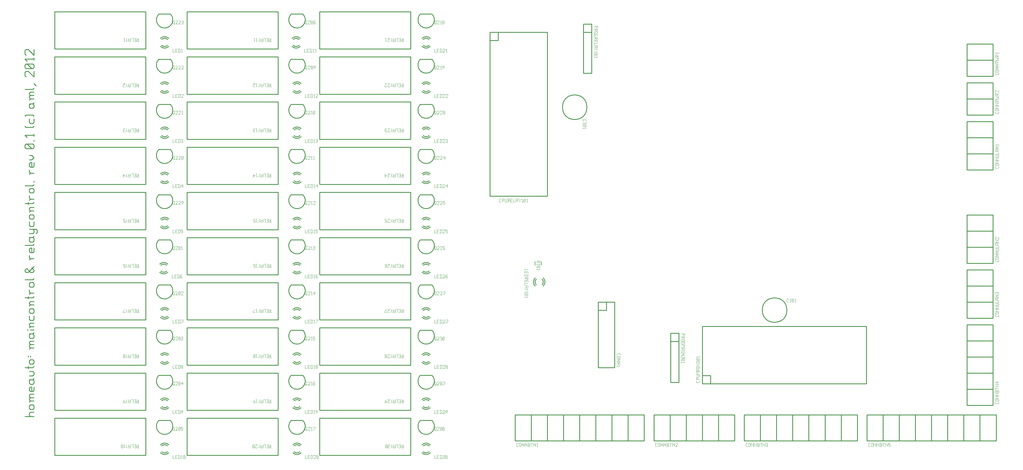
<source format=gbr>
G04 start of page 14 for group -4079 idx -4079 *
G04 Title: (unknown), topsilk *
G04 Creator: pcb 20091103 *
G04 CreationDate: Чтв 05 Июл 2012 10:45:54 UTC *
G04 For: aml *
G04 Format: Gerber/RS-274X *
G04 PCB-Dimensions: 1259850 590550 *
G04 PCB-Coordinate-Origin: lower left *
%MOIN*%
%FSLAX25Y25*%
%LNFRONTSILK*%
%ADD13C,0.0100*%
%ADD50C,0.0110*%
%ADD51C,0.0080*%
%ADD52C,0.0040*%
G54D50*X18508Y74802D02*X29548D01*
X25408D02*X24028Y76182D01*
Y78942D02*Y76182D01*
Y78942D02*X25408Y80322D01*
X29548D01*
X25408Y83636D02*X28168D01*
X25408D02*X24028Y85016D01*
Y87776D02*Y85016D01*
Y87776D02*X25408Y89156D01*
X28168D01*
X29548Y87776D02*X28168Y89156D01*
X29548Y87776D02*Y85016D01*
X28168Y83636D02*X29548Y85016D01*
X25408Y93851D02*X29548D01*
X25408D02*X24028Y95231D01*
Y96611D02*Y95231D01*
Y96611D02*X25408Y97991D01*
X29548D01*
X25408D02*X24028Y99371D01*
Y100751D02*Y99371D01*
Y100751D02*X25408Y102131D01*
X29548D01*
X24028Y92471D02*X25408Y93851D01*
X29548Y110966D02*Y106826D01*
X28168Y105446D02*X29548Y106826D01*
X25408Y105446D02*X28168D01*
X25408D02*X24028Y106826D01*
Y109586D02*Y106826D01*
Y109586D02*X25408Y110966D01*
X26788D02*Y105446D01*
X25408Y110966D02*X26788D01*
X24028Y118421D02*X25408Y119801D01*
X24028Y118421D02*Y115661D01*
X25408Y114281D02*X24028Y115661D01*
X25408Y114281D02*X28168D01*
X29548Y115661D01*
X24028Y119801D02*X28168D01*
X29548Y121181D01*
Y118421D02*Y115661D01*
Y118421D02*X28168Y119801D01*
X24028Y124495D02*X28168D01*
X29548Y125875D01*
Y128635D02*Y125875D01*
Y128635D02*X28168Y130015D01*
X24028D02*X28168D01*
X18508Y134710D02*X28168D01*
X29548Y136090D01*
X22648D02*Y133330D01*
X25408Y138853D02*X28168D01*
X25408D02*X24028Y140233D01*
Y142993D02*Y140233D01*
Y142993D02*X25408Y144373D01*
X28168D01*
X29548Y142993D02*X28168Y144373D01*
X29548Y142993D02*Y140233D01*
X28168Y138853D02*X29548Y140233D01*
X22648Y149068D02*Y147688D01*
X25408Y149068D02*Y147688D01*
Y158730D02*X29548D01*
X25408D02*X24028Y160110D01*
Y161490D02*Y160110D01*
Y161490D02*X25408Y162870D01*
X29548D01*
X25408D02*X24028Y164250D01*
Y165630D02*Y164250D01*
Y165630D02*X25408Y167010D01*
X29548D01*
X24028Y157350D02*X25408Y158730D01*
X24028Y174465D02*X25408Y175845D01*
X24028Y174465D02*Y171705D01*
X25408Y170325D02*X24028Y171705D01*
X25408Y170325D02*X28168D01*
X29548Y171705D01*
X24028Y175845D02*X28168D01*
X29548Y177225D01*
Y174465D02*Y171705D01*
Y174465D02*X28168Y175845D01*
X21268Y180540D02*X22648D01*
X25408D02*X29548D01*
X25408Y184683D02*X29548D01*
X25408D02*X24028Y186063D01*
Y187443D02*Y186063D01*
Y187443D02*X25408Y188823D01*
X29548D01*
X24028Y183303D02*X25408Y184683D01*
X24028Y197657D02*Y193517D01*
X25408Y192137D02*X24028Y193517D01*
X25408Y192137D02*X28168D01*
X29548Y193517D01*
Y197657D02*Y193517D01*
X25408Y200972D02*X28168D01*
X25408D02*X24028Y202352D01*
Y205112D02*Y202352D01*
Y205112D02*X25408Y206492D01*
X28168D01*
X29548Y205112D02*X28168Y206492D01*
X29548Y205112D02*Y202352D01*
X28168Y200972D02*X29548Y202352D01*
X25408Y211187D02*X29548D01*
X25408D02*X24028Y212567D01*
Y213947D02*Y212567D01*
Y213947D02*X25408Y215327D01*
X29548D01*
X24028Y209807D02*X25408Y211187D01*
X18508Y220022D02*X28168D01*
X29548Y221402D01*
X22648D02*Y218642D01*
X25408Y225544D02*X29548D01*
X25408D02*X24028Y226924D01*
Y229684D02*Y226924D01*
Y224164D02*X25408Y225544D01*
Y232999D02*X28168D01*
X25408D02*X24028Y234379D01*
Y237139D02*Y234379D01*
Y237139D02*X25408Y238519D01*
X28168D01*
X29548Y237139D02*X28168Y238519D01*
X29548Y237139D02*Y234379D01*
X28168Y232999D02*X29548Y234379D01*
X18508Y241834D02*X28168D01*
X29548Y243214D01*
X28168Y250945D02*X29548Y252325D01*
X19888Y250945D02*X22648D01*
X19888D02*X18508Y252325D01*
X25408Y250945D02*X21268Y255085D01*
X29548Y253705D02*Y252325D01*
Y253705D02*X26788Y256465D01*
X22648Y250945D02*X29548Y257845D01*
X18508Y253705D02*Y252325D01*
Y253705D02*X19888Y255085D01*
X21268D01*
X25408Y250945D02*X28168D01*
X25408Y267507D02*X29548D01*
X25408D02*X24028Y268887D01*
Y271647D02*Y268887D01*
Y266127D02*X25408Y267507D01*
X29548Y280482D02*Y276342D01*
X28168Y274962D02*X29548Y276342D01*
X25408Y274962D02*X28168D01*
X25408D02*X24028Y276342D01*
Y279102D02*Y276342D01*
Y279102D02*X25408Y280482D01*
X26788D02*Y274962D01*
X25408Y280482D02*X26788D01*
X18508Y283797D02*X28168D01*
X29548Y285177D01*
X24028Y292080D02*X25408Y293460D01*
X24028Y292080D02*Y289320D01*
X25408Y287940D02*X24028Y289320D01*
X25408Y287940D02*X28168D01*
X29548Y289320D01*
X24028Y293460D02*X28168D01*
X29548Y294840D01*
Y292080D02*Y289320D01*
Y292080D02*X28168Y293460D01*
X24028Y298155D02*X28168D01*
X29548Y299535D01*
X24028Y303675D02*X32308D01*
X33688Y302295D02*X32308Y303675D01*
X33688Y302295D02*Y299535D01*
X32308Y298155D02*X33688Y299535D01*
X29548Y302295D02*Y299535D01*
Y302295D02*X28168Y303675D01*
X24028Y312509D02*Y308369D01*
X25408Y306989D02*X24028Y308369D01*
X25408Y306989D02*X28168D01*
X29548Y308369D01*
Y312509D02*Y308369D01*
X25408Y315824D02*X28168D01*
X25408D02*X24028Y317204D01*
Y319964D02*Y317204D01*
Y319964D02*X25408Y321344D01*
X28168D01*
X29548Y319964D02*X28168Y321344D01*
X29548Y319964D02*Y317204D01*
X28168Y315824D02*X29548Y317204D01*
X25408Y326039D02*X29548D01*
X25408D02*X24028Y327419D01*
Y328799D02*Y327419D01*
Y328799D02*X25408Y330179D01*
X29548D01*
X24028Y324659D02*X25408Y326039D01*
X18508Y334874D02*X28168D01*
X29548Y336254D01*
X22648D02*Y333494D01*
X25408Y340396D02*X29548D01*
X25408D02*X24028Y341776D01*
Y344536D02*Y341776D01*
Y339016D02*X25408Y340396D01*
Y347851D02*X28168D01*
X25408D02*X24028Y349231D01*
Y351991D02*Y349231D01*
Y351991D02*X25408Y353371D01*
X28168D01*
X29548Y351991D02*X28168Y353371D01*
X29548Y351991D02*Y349231D01*
X28168Y347851D02*X29548Y349231D01*
X18508Y356686D02*X28168D01*
X29548Y358066D01*
Y362209D02*Y360829D01*
X25408Y371871D02*X29548D01*
X25408D02*X24028Y373251D01*
Y376011D02*Y373251D01*
Y370491D02*X25408Y371871D01*
X29548Y384846D02*Y380706D01*
X28168Y379326D02*X29548Y380706D01*
X25408Y379326D02*X28168D01*
X25408D02*X24028Y380706D01*
Y383466D02*Y380706D01*
Y383466D02*X25408Y384846D01*
X26788D02*Y379326D01*
X25408Y384846D02*X26788D01*
X24028Y388161D02*X26788D01*
X29548Y390921D01*
X26788Y393681D01*
X24028D02*X26788D01*
X28168Y401964D02*X29548Y403344D01*
X19888Y401964D02*X28168D01*
X19888D02*X18508Y403344D01*
Y406104D02*Y403344D01*
Y406104D02*X19888Y407484D01*
X28168D01*
X29548Y406104D02*X28168Y407484D01*
X29548Y406104D02*Y403344D01*
X26788Y401964D02*X21268Y407484D01*
X29548Y412178D02*Y410798D01*
Y419633D02*Y416873D01*
X18508Y418253D02*X29548D01*
X21268Y415493D02*X18508Y418253D01*
X28168Y427916D02*X29548Y429296D01*
X19888Y427916D02*X18508Y429296D01*
X19888Y427916D02*X28168D01*
X24028Y438131D02*Y433991D01*
X25408Y432611D02*X24028Y433991D01*
X25408Y432611D02*X28168D01*
X29548Y433991D01*
Y438131D02*Y433991D01*
X18508Y441445D02*X19888Y442825D01*
X28168D01*
X29548Y441445D02*X28168Y442825D01*
X24028Y455248D02*X25408Y456628D01*
X24028Y455248D02*Y452488D01*
X25408Y451108D02*X24028Y452488D01*
X25408Y451108D02*X28168D01*
X29548Y452488D01*
X24028Y456628D02*X28168D01*
X29548Y458008D01*
Y455248D02*Y452488D01*
Y455248D02*X28168Y456628D01*
X25408Y462703D02*X29548D01*
X25408D02*X24028Y464083D01*
Y465463D02*Y464083D01*
Y465463D02*X25408Y466843D01*
X29548D01*
X25408D02*X24028Y468223D01*
Y469603D02*Y468223D01*
Y469603D02*X25408Y470983D01*
X29548D01*
X24028Y461323D02*X25408Y462703D01*
X18508Y474298D02*X28168D01*
X29548Y475678D01*
X32308Y478440D02*X29548Y481200D01*
X19888Y489483D02*X18508Y490863D01*
Y495003D02*Y490863D01*
Y495003D02*X19888Y496383D01*
X22648D01*
X29548Y489483D02*X22648Y496383D01*
X29548D02*Y489483D01*
X28168Y499698D02*X29548Y501078D01*
X19888Y499698D02*X28168D01*
X19888D02*X18508Y501078D01*
Y503838D02*Y501078D01*
Y503838D02*X19888Y505218D01*
X28168D01*
X29548Y503838D02*X28168Y505218D01*
X29548Y503838D02*Y501078D01*
X26788Y499698D02*X21268Y505218D01*
X29548Y512673D02*Y509913D01*
X18508Y511293D02*X29548D01*
X21268Y508533D02*X18508Y511293D01*
X19888Y515988D02*X18508Y517368D01*
Y521508D02*Y517368D01*
Y521508D02*X19888Y522888D01*
X22648D01*
X29548Y515988D02*X22648Y522888D01*
X29548D02*Y515988D01*
G54D13*X1167322Y435039D02*Y375983D01*
X1198818Y435039D02*Y375983D01*
X1167322Y435038D02*X1198818D01*
X1167322Y415353D02*X1198818D01*
X1167322Y395668D02*X1198818D01*
X1167322Y375983D02*X1198818D01*
X1167322Y187006D02*Y88581D01*
X1198818Y187006D02*Y88581D01*
X1167322Y187006D02*X1198818D01*
X1167322Y167321D02*X1198818D01*
X1167322Y147636D02*X1198818D01*
X1167322Y127951D02*X1198818D01*
X1167322Y108266D02*X1198818D01*
X1167322Y88581D02*X1198818D01*
X1167322Y253936D02*Y194880D01*
X1198818Y253936D02*Y194880D01*
X1167322Y253935D02*X1198818D01*
X1167322Y234250D02*X1198818D01*
X1167322Y214565D02*X1198818D01*
X1167322Y194880D02*X1198818D01*
X1167322Y529526D02*X1198818D01*
X1167322Y509841D02*X1198818D01*
X1167322Y490156D02*X1198818D01*
X1167322Y529526D02*Y490156D01*
X1198818Y529526D02*Y490156D01*
X1167322Y482282D02*X1198818D01*
X1167322Y462597D02*X1198818D01*
X1167322Y442912D02*X1198818D01*
X1167322Y482282D02*Y442912D01*
X1198818Y482282D02*Y442912D01*
X917697Y204723D02*G75*G03X917697Y204723I15000J0D01*G01*
X844448Y114841D02*X854448D01*
Y124841D02*Y114841D01*
X844448Y124841D02*X854448D01*
X844448D02*Y114841D01*
Y184841D02*X1044448D01*
X844448D02*Y114841D01*
X1044448D01*
Y184841D02*Y114841D01*
X816024Y166416D02*Y176416D01*
X806024Y166416D02*X816024D01*
Y176416D02*X806024D01*
X816024Y116416D02*Y176416D01*
X806024Y116416D02*X816024D01*
X806024Y176416D02*Y116416D01*
X727441Y204448D02*Y214448D01*
X717441Y204448D02*X727441D01*
X737441Y214448D02*X717441D01*
X737441Y134448D02*Y214448D01*
X717441Y134448D02*X737441D01*
X717441Y214448D02*Y134448D01*
X1167322Y320865D02*Y261809D01*
X1198818Y320865D02*Y261809D01*
X1167322Y320864D02*X1198818D01*
X1167322Y301179D02*X1198818D01*
X1167322Y281494D02*X1198818D01*
X1167322Y261809D02*X1198818D01*
X642133Y242629D02*G75*G03X642133Y235557I3535J-3535D01*G01*
X649204Y235558D02*G75*G03X649204Y242628I-3535J3535D01*G01*
X640719Y244043D02*G75*G03X640719Y234143I4949J-4949D01*G01*
X650618Y234144D02*G75*G03X650618Y244042I-4949J4949D01*G01*
G54D51*X648228Y264171D02*Y259447D01*
X640748Y264171D02*Y259447D01*
G54D13*X616141Y45275D02*X773621D01*
X616141Y76771D02*X773621D01*
Y45275D01*
X753936Y76771D02*Y45275D01*
X734251Y76771D02*Y45275D01*
X714566Y76771D02*Y45275D01*
X694881Y76771D02*Y45275D01*
X675196Y76771D02*Y45275D01*
X655511Y76771D02*Y45275D01*
X635826Y76771D02*Y45275D01*
X616141D02*Y76771D01*
X785433D02*X883858D01*
X785433Y45275D02*X883858D01*
Y76771D02*Y45275D01*
X864173Y76771D02*Y45275D01*
X844488Y76771D02*Y45275D01*
X824803Y76771D02*Y45275D01*
X805118Y76771D02*Y45275D01*
X785433D02*Y76771D01*
X895669Y45275D02*X1033464D01*
X895669Y76771D02*X1033464D01*
Y45275D01*
X1013779Y76771D02*Y45275D01*
X994094Y76771D02*Y45275D01*
X974409Y76771D02*Y45275D01*
X954724Y76771D02*Y45275D01*
X935039Y76771D02*Y45275D01*
X915354Y76771D02*Y45275D01*
X895669D02*Y76771D01*
X1045275Y45275D02*X1202755D01*
X1045275Y76771D02*X1202755D01*
Y45275D01*
X1183070Y76771D02*Y45275D01*
X1163385Y76771D02*Y45275D01*
X1143700Y76771D02*Y45275D01*
X1124015Y76771D02*Y45275D01*
X1104330Y76771D02*Y45275D01*
X1084645Y76771D02*Y45275D01*
X1064960Y76771D02*Y45275D01*
X1045275Y76771D02*Y45275D01*
X216398Y303022D02*X327398D01*
X216398Y348522D02*Y303022D01*
Y348522D02*X327398D01*
Y303022D01*
X193925Y315972D02*G75*G03X184026Y315971I-4949J-4949D01*G01*
X184026Y306073D02*G75*G03X193925Y306072I4949J4949D01*G01*
X192511Y314558D02*G75*G03X185440Y314557I-3535J-3535D01*G01*
X185440Y307487D02*G75*G03X192511Y307486I3535J3535D01*G01*
X193925Y371091D02*G75*G03X184026Y371090I-4949J-4949D01*G01*
X184026Y361192D02*G75*G03X193925Y361191I4949J4949D01*G01*
X192511Y369677D02*G75*G03X185440Y369676I-3535J-3535D01*G01*
X185440Y362606D02*G75*G03X192511Y362605I3535J3535D01*G01*
X355343Y315972D02*G75*G03X345444Y315971I-4949J-4949D01*G01*
X345444Y306073D02*G75*G03X355343Y306072I4949J4949D01*G01*
X353929Y314558D02*G75*G03X346858Y314557I-3535J-3535D01*G01*
X346858Y307487D02*G75*G03X353929Y307486I3535J3535D01*G01*
X343394Y290563D02*X357394D01*
X350393Y273463D02*G75*G03X357464Y290535I0J10001D01*G01*
X343322Y290535D02*G75*G03X350394Y273463I7071J-7071D01*G01*
X343394Y345681D02*X357394D01*
X350393Y328581D02*G75*G03X357464Y345653I0J10001D01*G01*
X343322Y345653D02*G75*G03X350394Y328581I7071J-7071D01*G01*
X377816Y303022D02*X488816D01*
X377816Y348522D02*Y303022D01*
Y348522D02*X488816D01*
Y303022D01*
X355343Y260854D02*G75*G03X345444Y260853I-4949J-4949D01*G01*
X345444Y250955D02*G75*G03X355343Y250954I4949J4949D01*G01*
X353929Y259440D02*G75*G03X346858Y259439I-3535J-3535D01*G01*
X346858Y252369D02*G75*G03X353929Y252368I3535J3535D01*G01*
X216398Y192786D02*X327398D01*
X216398Y238286D02*Y192786D01*
Y238286D02*X327398D01*
Y192786D01*
X216398Y247904D02*X327398D01*
X216398Y293404D02*Y247904D01*
Y293404D02*X327398D01*
Y247904D01*
X54980Y523495D02*X165980D01*
X54980Y568995D02*Y523495D01*
Y568995D02*X165980D01*
Y523495D01*
X193925Y536445D02*G75*G03X184026Y536444I-4949J-4949D01*G01*
X184026Y526546D02*G75*G03X193925Y526545I4949J4949D01*G01*
X192511Y535031D02*G75*G03X185440Y535030I-3535J-3535D01*G01*
X185440Y527960D02*G75*G03X192511Y527959I3535J3535D01*G01*
X181976Y566154D02*X195976D01*
X188975Y549054D02*G75*G03X196046Y566126I0J10001D01*G01*
X181904Y566126D02*G75*G03X188976Y549054I7071J-7071D01*G01*
X54980Y358141D02*X165980D01*
X54980Y403641D02*Y358141D01*
Y403641D02*X165980D01*
Y358141D01*
X181976Y400800D02*X195976D01*
X188975Y383700D02*G75*G03X196046Y400772I0J10001D01*G01*
X181904Y400772D02*G75*G03X188976Y383700I7071J-7071D01*G01*
X193925Y481327D02*G75*G03X184026Y481326I-4949J-4949D01*G01*
X184026Y471428D02*G75*G03X193925Y471427I4949J4949D01*G01*
X192511Y479913D02*G75*G03X185440Y479912I-3535J-3535D01*G01*
X185440Y472842D02*G75*G03X192511Y472841I3535J3535D01*G01*
X54980Y468377D02*X165980D01*
X54980Y513877D02*Y468377D01*
Y513877D02*X165980D01*
Y468377D01*
X181976Y455918D02*X195976D01*
X188975Y438818D02*G75*G03X196046Y455890I0J10001D01*G01*
X181904Y455890D02*G75*G03X188976Y438818I7071J-7071D01*G01*
X54980Y413259D02*X165980D01*
X54980Y458759D02*Y413259D01*
Y458759D02*X165980D01*
Y413259D01*
X54980Y27432D02*X165980D01*
X54980Y72932D02*Y27432D01*
Y72932D02*X165980D01*
Y27432D01*
X54980Y137668D02*X165980D01*
X54980Y183168D02*Y137668D01*
Y183168D02*X165980D01*
Y137668D01*
X54980Y82550D02*X165980D01*
X54980Y128050D02*Y82550D01*
Y128050D02*X165980D01*
Y82550D01*
X193925Y95500D02*G75*G03X184026Y95499I-4949J-4949D01*G01*
X184026Y85601D02*G75*G03X193925Y85600I4949J4949D01*G01*
X192511Y94086D02*G75*G03X185440Y94085I-3535J-3535D01*G01*
X185440Y87015D02*G75*G03X192511Y87014I3535J3535D01*G01*
X193925Y40382D02*G75*G03X184026Y40381I-4949J-4949D01*G01*
X184026Y30483D02*G75*G03X193925Y30482I4949J4949D01*G01*
X192511Y38968D02*G75*G03X185440Y38967I-3535J-3535D01*G01*
X185440Y31897D02*G75*G03X192511Y31896I3535J3535D01*G01*
X181976Y70091D02*X195976D01*
X188975Y52991D02*G75*G03X196046Y70063I0J10001D01*G01*
X181904Y70063D02*G75*G03X188976Y52991I7071J-7071D01*G01*
X216398Y27432D02*X327398D01*
X216398Y72932D02*Y27432D01*
Y72932D02*X327398D01*
Y27432D01*
X216398Y82550D02*X327398D01*
X216398Y128050D02*Y82550D01*
Y128050D02*X327398D01*
Y82550D01*
X216398Y137668D02*X327398D01*
X216398Y183168D02*Y137668D01*
Y183168D02*X327398D01*
Y137668D01*
X193925Y150618D02*G75*G03X184026Y150617I-4949J-4949D01*G01*
X184026Y140719D02*G75*G03X193925Y140718I4949J4949D01*G01*
X192511Y149204D02*G75*G03X185440Y149203I-3535J-3535D01*G01*
X185440Y142133D02*G75*G03X192511Y142132I3535J3535D01*G01*
X181976Y125209D02*X195976D01*
X188975Y108109D02*G75*G03X196046Y125181I0J10001D01*G01*
X181904Y125181D02*G75*G03X188976Y108109I7071J-7071D01*G01*
X193925Y426209D02*G75*G03X184026Y426208I-4949J-4949D01*G01*
X184026Y416310D02*G75*G03X193925Y416309I4949J4949D01*G01*
X192511Y424795D02*G75*G03X185440Y424794I-3535J-3535D01*G01*
X185440Y417724D02*G75*G03X192511Y417723I3535J3535D01*G01*
X355343Y426209D02*G75*G03X345444Y426208I-4949J-4949D01*G01*
X345444Y416310D02*G75*G03X355343Y416309I4949J4949D01*G01*
X353929Y424795D02*G75*G03X346858Y424794I-3535J-3535D01*G01*
X346858Y417724D02*G75*G03X353929Y417723I3535J3535D01*G01*
X343394Y511036D02*X357394D01*
X350393Y493936D02*G75*G03X357464Y511008I0J10001D01*G01*
X343322Y511008D02*G75*G03X350394Y493936I7071J-7071D01*G01*
X181976Y511036D02*X195976D01*
X188975Y493936D02*G75*G03X196046Y511008I0J10001D01*G01*
X181904Y511008D02*G75*G03X188976Y493936I7071J-7071D01*G01*
X355343Y371091D02*G75*G03X345444Y371090I-4949J-4949D01*G01*
X345444Y361192D02*G75*G03X355343Y361191I4949J4949D01*G01*
X353929Y369677D02*G75*G03X346858Y369676I-3535J-3535D01*G01*
X346858Y362606D02*G75*G03X353929Y362605I3535J3535D01*G01*
X343394Y400800D02*X357394D01*
X350393Y383700D02*G75*G03X357464Y400772I0J10001D01*G01*
X343322Y400772D02*G75*G03X350394Y383700I7071J-7071D01*G01*
X216398Y358141D02*X327398D01*
X216398Y403641D02*Y358141D01*
Y403641D02*X327398D01*
Y358141D01*
X216398Y413259D02*X327398D01*
X216398Y458759D02*Y413259D01*
Y458759D02*X327398D01*
Y413259D01*
X377816Y523495D02*X488816D01*
X377816Y568995D02*Y523495D01*
Y568995D02*X488816D01*
Y523495D01*
X216398D02*X327398D01*
X216398Y568995D02*Y523495D01*
Y568995D02*X327398D01*
Y523495D01*
X216398Y468377D02*X327398D01*
X216398Y513877D02*Y468377D01*
Y513877D02*X327398D01*
Y468377D01*
X377816Y413259D02*X488816D01*
X377816Y458759D02*Y413259D01*
Y458759D02*X488816D01*
Y413259D01*
X54980Y303022D02*X165980D01*
X54980Y348522D02*Y303022D01*
Y348522D02*X165980D01*
Y303022D01*
X54980Y247904D02*X165980D01*
X54980Y293404D02*Y247904D01*
Y293404D02*X165980D01*
Y247904D01*
X193925Y205736D02*G75*G03X184026Y205735I-4949J-4949D01*G01*
X184026Y195837D02*G75*G03X193925Y195836I4949J4949D01*G01*
X192511Y204322D02*G75*G03X185440Y204321I-3535J-3535D01*G01*
X185440Y197251D02*G75*G03X192511Y197250I3535J3535D01*G01*
X54980Y192786D02*X165980D01*
X54980Y238286D02*Y192786D01*
Y238286D02*X165980D01*
Y192786D01*
X192862Y260854D02*G75*G03X182963Y260853I-4949J-4949D01*G01*
X182963Y250955D02*G75*G03X192862Y250954I4949J4949D01*G01*
X191448Y259440D02*G75*G03X184377Y259439I-3535J-3535D01*G01*
X184377Y252369D02*G75*G03X191448Y252368I3535J3535D01*G01*
X181976Y180327D02*X195976D01*
X188975Y163227D02*G75*G03X196046Y180299I0J10001D01*G01*
X181904Y180299D02*G75*G03X188976Y163227I7071J-7071D01*G01*
X181976Y235445D02*X195976D01*
X188975Y218345D02*G75*G03X196046Y235417I0J10001D01*G01*
X181904Y235417D02*G75*G03X188976Y218345I7071J-7071D01*G01*
X181976Y345681D02*X195976D01*
X188975Y328581D02*G75*G03X196046Y345653I0J10001D01*G01*
X181904Y345653D02*G75*G03X188976Y328581I7071J-7071D01*G01*
X181976Y290563D02*X195976D01*
X188975Y273463D02*G75*G03X196046Y290535I0J10001D01*G01*
X181904Y290535D02*G75*G03X188976Y273463I7071J-7071D01*G01*
X500874Y290563D02*X514874D01*
X507873Y273463D02*G75*G03X514944Y290535I0J10001D01*G01*
X500802Y290535D02*G75*G03X507874Y273463I7071J-7071D01*G01*
X500874Y235445D02*X514874D01*
X507873Y218345D02*G75*G03X514944Y235417I0J10001D01*G01*
X500802Y235417D02*G75*G03X507874Y218345I7071J-7071D01*G01*
X688976Y467381D02*G75*G03X688976Y467381I0J-15000D01*G01*
X500874Y455918D02*X514874D01*
X507873Y438818D02*G75*G03X514944Y455890I0J10001D01*G01*
X500802Y455890D02*G75*G03X507874Y438818I7071J-7071D01*G01*
X343394Y455918D02*X357394D01*
X350393Y438818D02*G75*G03X357464Y455890I0J10001D01*G01*
X343322Y455890D02*G75*G03X350394Y438818I7071J-7071D01*G01*
X585551Y533818D02*Y543818D01*
X595551Y533818D02*X585551D01*
X595551Y543818D02*Y533818D01*
X585551Y543818D02*X595551D01*
X655551D02*Y343818D01*
X585551Y543818D02*X655551D01*
X585551Y343818D02*Y543818D01*
X655551Y343818D02*X585551D01*
X709724Y543857D02*Y553857D01*
X699724Y543857D02*X709724D01*
Y553857D02*X699724D01*
X709724Y493857D02*Y553857D01*
X699724Y493857D02*X709724D01*
X699724Y553857D02*Y493857D01*
X377816Y358141D02*X488816D01*
X377816Y403641D02*Y358141D01*
Y403641D02*X488816D01*
Y358141D01*
X354280Y536445D02*G75*G03X344381Y536444I-4949J-4949D01*G01*
X344381Y526546D02*G75*G03X354280Y526545I4949J4949D01*G01*
X352866Y535031D02*G75*G03X345795Y535030I-3535J-3535D01*G01*
X345795Y527960D02*G75*G03X352866Y527959I3535J3535D01*G01*
X500874Y566154D02*X514874D01*
X507873Y549054D02*G75*G03X514944Y566126I0J10001D01*G01*
X500802Y566126D02*G75*G03X507874Y549054I7071J-7071D01*G01*
X512823Y536445D02*G75*G03X502924Y536444I-4949J-4949D01*G01*
X502924Y526546D02*G75*G03X512823Y526545I4949J4949D01*G01*
X511409Y535031D02*G75*G03X504338Y535030I-3535J-3535D01*G01*
X504338Y527960D02*G75*G03X511409Y527959I3535J3535D01*G01*
X343394Y566154D02*X357394D01*
X350393Y549054D02*G75*G03X357464Y566126I0J10001D01*G01*
X343322Y566126D02*G75*G03X350394Y549054I7071J-7071D01*G01*
X355343Y481327D02*G75*G03X345444Y481326I-4949J-4949D01*G01*
X345444Y471428D02*G75*G03X355343Y471427I4949J4949D01*G01*
X353929Y479913D02*G75*G03X346858Y479912I-3535J-3535D01*G01*
X346858Y472842D02*G75*G03X353929Y472841I3535J3535D01*G01*
X500874Y511036D02*X514874D01*
X507873Y493936D02*G75*G03X514944Y511008I0J10001D01*G01*
X500802Y511008D02*G75*G03X507874Y493936I7071J-7071D01*G01*
X512823Y481327D02*G75*G03X502924Y481326I-4949J-4949D01*G01*
X502924Y471428D02*G75*G03X512823Y471427I4949J4949D01*G01*
X511409Y479913D02*G75*G03X504338Y479912I-3535J-3535D01*G01*
X504338Y472842D02*G75*G03X511409Y472841I3535J3535D01*G01*
X377816Y468377D02*X488816D01*
X377816Y513877D02*Y468377D01*
Y513877D02*X488816D01*
Y468377D01*
X500874Y345681D02*X514874D01*
X507873Y328581D02*G75*G03X514944Y345653I0J10001D01*G01*
X500802Y345653D02*G75*G03X507874Y328581I7071J-7071D01*G01*
X512823Y426209D02*G75*G03X502924Y426208I-4949J-4949D01*G01*
X502924Y416310D02*G75*G03X512823Y416309I4949J4949D01*G01*
X511409Y424795D02*G75*G03X504338Y424794I-3535J-3535D01*G01*
X504338Y417724D02*G75*G03X511409Y417723I3535J3535D01*G01*
X512823Y371091D02*G75*G03X502924Y371090I-4949J-4949D01*G01*
X502924Y361192D02*G75*G03X512823Y361191I4949J4949D01*G01*
X511409Y369677D02*G75*G03X504338Y369676I-3535J-3535D01*G01*
X504338Y362606D02*G75*G03X511409Y362605I3535J3535D01*G01*
X500874Y400800D02*X514874D01*
X507873Y383700D02*G75*G03X514944Y400772I0J10001D01*G01*
X500802Y400772D02*G75*G03X507874Y383700I7071J-7071D01*G01*
X500874Y180327D02*X514874D01*
X507873Y163227D02*G75*G03X514944Y180299I0J10001D01*G01*
X500802Y180299D02*G75*G03X507874Y163227I7071J-7071D01*G01*
X512823Y205736D02*G75*G03X502924Y205735I-4949J-4949D01*G01*
X502924Y195837D02*G75*G03X512823Y195836I4949J4949D01*G01*
X511409Y204322D02*G75*G03X504338Y204321I-3535J-3535D01*G01*
X504338Y197251D02*G75*G03X511409Y197250I3535J3535D01*G01*
X512823Y260854D02*G75*G03X502924Y260853I-4949J-4949D01*G01*
X502924Y250955D02*G75*G03X512823Y250954I4949J4949D01*G01*
X511409Y259440D02*G75*G03X504338Y259439I-3535J-3535D01*G01*
X504338Y252369D02*G75*G03X511409Y252368I3535J3535D01*G01*
X512823Y315972D02*G75*G03X502924Y315971I-4949J-4949D01*G01*
X502924Y306073D02*G75*G03X512823Y306072I4949J4949D01*G01*
X511409Y314558D02*G75*G03X504338Y314557I-3535J-3535D01*G01*
X504338Y307487D02*G75*G03X511409Y307486I3535J3535D01*G01*
X343394Y70091D02*X357394D01*
X350393Y52991D02*G75*G03X357464Y70063I0J10001D01*G01*
X343322Y70063D02*G75*G03X350394Y52991I7071J-7071D01*G01*
X355343Y95500D02*G75*G03X345444Y95499I-4949J-4949D01*G01*
X345444Y85601D02*G75*G03X355343Y85600I4949J4949D01*G01*
X353929Y94086D02*G75*G03X346858Y94085I-3535J-3535D01*G01*
X346858Y87015D02*G75*G03X353929Y87014I3535J3535D01*G01*
X355343Y40382D02*G75*G03X345444Y40381I-4949J-4949D01*G01*
X345444Y30483D02*G75*G03X355343Y30482I4949J4949D01*G01*
X353929Y38968D02*G75*G03X346858Y38967I-3535J-3535D01*G01*
X346858Y31897D02*G75*G03X353929Y31896I3535J3535D01*G01*
X343394Y125209D02*X357394D01*
X350393Y108109D02*G75*G03X357464Y125181I0J10001D01*G01*
X343322Y125181D02*G75*G03X350394Y108109I7071J-7071D01*G01*
X377816Y27432D02*X488816D01*
X377816Y72932D02*Y27432D01*
Y72932D02*X488816D01*
Y27432D01*
X377816Y82550D02*X488816D01*
X377816Y128050D02*Y82550D01*
Y128050D02*X488816D01*
Y82550D01*
X343394Y235445D02*X357394D01*
X350393Y218345D02*G75*G03X357464Y235417I0J10001D01*G01*
X343322Y235417D02*G75*G03X350394Y218345I7071J-7071D01*G01*
X355343Y205736D02*G75*G03X345444Y205735I-4949J-4949D01*G01*
X345444Y195837D02*G75*G03X355343Y195836I4949J4949D01*G01*
X353929Y204322D02*G75*G03X346858Y204321I-3535J-3535D01*G01*
X346858Y197251D02*G75*G03X353929Y197250I3535J3535D01*G01*
X355343Y150618D02*G75*G03X345444Y150617I-4949J-4949D01*G01*
X345444Y140719D02*G75*G03X355343Y140718I4949J4949D01*G01*
X353929Y149204D02*G75*G03X346858Y149203I-3535J-3535D01*G01*
X346858Y142133D02*G75*G03X353929Y142132I3535J3535D01*G01*
X343394Y180327D02*X357394D01*
X350393Y163227D02*G75*G03X357464Y180299I0J10001D01*G01*
X343322Y180299D02*G75*G03X350394Y163227I7071J-7071D01*G01*
X377816Y137668D02*X488816D01*
X377816Y183168D02*Y137668D01*
Y183168D02*X488816D01*
Y137668D01*
X377816Y192786D02*X488816D01*
X377816Y238286D02*Y192786D01*
Y238286D02*X488816D01*
Y192786D01*
X377816Y247904D02*X488816D01*
X377816Y293404D02*Y247904D01*
Y293404D02*X488816D01*
Y247904D01*
X512823Y40382D02*G75*G03X502924Y40381I-4949J-4949D01*G01*
X502924Y30483D02*G75*G03X512823Y30482I4949J4949D01*G01*
X511409Y38968D02*G75*G03X504338Y38967I-3535J-3535D01*G01*
X504338Y31897D02*G75*G03X511409Y31896I3535J3535D01*G01*
X500874Y70091D02*X514874D01*
X507873Y52991D02*G75*G03X514944Y70063I0J10001D01*G01*
X500802Y70063D02*G75*G03X507874Y52991I7071J-7071D01*G01*
X512823Y150618D02*G75*G03X502924Y150617I-4949J-4949D01*G01*
X502924Y140719D02*G75*G03X512823Y140718I4949J4949D01*G01*
X511409Y149204D02*G75*G03X504338Y149203I-3535J-3535D01*G01*
X504338Y142133D02*G75*G03X511409Y142132I3535J3535D01*G01*
X500874Y125209D02*X514874D01*
X507873Y108109D02*G75*G03X514944Y125181I0J10001D01*G01*
X500802Y125181D02*G75*G03X507874Y108109I7071J-7071D01*G01*
X512823Y95500D02*G75*G03X502924Y95499I-4949J-4949D01*G01*
X502924Y85601D02*G75*G03X512823Y85600I4949J4949D01*G01*
X511409Y94086D02*G75*G03X504338Y94085I-3535J-3535D01*G01*
X504338Y87015D02*G75*G03X511409Y87014I3535J3535D01*G01*
G54D52*X517874Y27432D02*Y23432D01*
X519874D01*
X521075Y25432D02*X522575D01*
X521075Y23432D02*X523075D01*
X521075Y27432D02*Y23432D01*
Y27432D02*X523075D01*
X524776D02*Y23432D01*
X526276Y27432D02*X526776Y26932D01*
Y23932D01*
X526276Y23432D02*X526776Y23932D01*
X524276Y23432D02*X526276D01*
X524276Y27432D02*X526276D01*
X527977Y26932D02*X528477Y27432D01*
X529477D01*
X529977Y26932D01*
Y23932D01*
X529477Y23432D02*X529977Y23932D01*
X528477Y23432D02*X529477D01*
X527977Y23932D02*X528477Y23432D01*
Y25432D02*X529977D01*
X531178Y23932D02*X531678Y23432D01*
X531178Y26932D02*Y23932D01*
Y26932D02*X531678Y27432D01*
X532678D01*
X533178Y26932D01*
Y23932D01*
X532678Y23432D02*X533178Y23932D01*
X531678Y23432D02*X532678D01*
X531178Y24432D02*X533178Y26432D01*
X618610Y38307D02*X620110D01*
X618110Y38807D02*X618610Y38307D01*
X618110Y41807D02*Y38807D01*
Y41807D02*X618610Y42307D01*
X620110D01*
X621311Y41807D02*Y38807D01*
Y41807D02*X621811Y42307D01*
X622811D01*
X623311Y41807D01*
Y38807D01*
X622811Y38307D02*X623311Y38807D01*
X621811Y38307D02*X622811D01*
X621311Y38807D02*X621811Y38307D01*
X624512Y42307D02*Y38307D01*
Y42307D02*Y41807D01*
X627012Y39307D01*
Y42307D02*Y38307D01*
X628213Y42307D02*Y38307D01*
Y42307D02*Y41807D01*
X630713Y39307D01*
Y42307D02*Y38307D01*
X631914D02*X633914D01*
X634414Y38807D01*
Y39807D02*Y38807D01*
X633914Y40307D02*X634414Y39807D01*
X632414Y40307D02*X633914D01*
X632414Y42307D02*Y38307D01*
X631914Y42307D02*X633914D01*
X634414Y41807D01*
Y40807D01*
X633914Y40307D02*X634414Y40807D01*
X635615Y42307D02*X637615D01*
X636615D02*Y38307D01*
X638816Y42307D02*Y38307D01*
Y42307D02*Y41807D01*
X641316Y39307D01*
Y42307D02*Y38307D01*
X643017D02*X644017D01*
X643517Y42307D02*Y38307D01*
X642517Y41307D02*X643517Y42307D01*
X517874Y61491D02*Y58491D01*
Y61491D02*X518374Y61991D01*
X519374D01*
X519874Y61491D01*
Y58491D01*
X519374Y57991D02*X519874Y58491D01*
X518374Y57991D02*X519374D01*
X517874Y58491D02*X518374Y57991D01*
X518874Y58991D02*X519874Y57991D01*
X521075Y61491D02*X521575Y61991D01*
X523075D01*
X523575Y61491D01*
Y60491D01*
X521075Y57991D02*X523575Y60491D01*
X521075Y57991D02*X523575D01*
X524776Y58491D02*X525276Y57991D01*
X524776Y61491D02*Y58491D01*
Y61491D02*X525276Y61991D01*
X526276D01*
X526776Y61491D01*
Y58491D01*
X526276Y57991D02*X526776Y58491D01*
X525276Y57991D02*X526276D01*
X524776Y58991D02*X526776Y60991D01*
X527977Y58491D02*X528477Y57991D01*
X527977Y59491D02*Y58491D01*
Y59491D02*X528477Y59991D01*
X529477D01*
X529977Y59491D01*
Y58491D01*
X529477Y57991D02*X529977Y58491D01*
X528477Y57991D02*X529477D01*
X527977Y60491D02*X528477Y59991D01*
X527977Y61491D02*Y60491D01*
Y61491D02*X528477Y61991D01*
X529477D01*
X529977Y61491D01*
Y60491D01*
X529477Y59991D02*X529977Y60491D01*
X517874Y137668D02*Y133668D01*
X519874D01*
X521075Y135668D02*X522575D01*
X521075Y133668D02*X523075D01*
X521075Y137668D02*Y133668D01*
Y137668D02*X523075D01*
X524776D02*Y133668D01*
X526276Y137668D02*X526776Y137168D01*
Y134168D01*
X526276Y133668D02*X526776Y134168D01*
X524276Y133668D02*X526276D01*
X524276Y137668D02*X526276D01*
X527977Y137168D02*X528477Y137668D01*
X529977D01*
X530477Y137168D01*
Y136168D01*
X527977Y133668D02*X530477Y136168D01*
X527977Y133668D02*X530477D01*
X531678Y134168D02*X532178Y133668D01*
X531678Y135168D02*Y134168D01*
Y135168D02*X532178Y135668D01*
X533178D01*
X533678Y135168D01*
Y134168D01*
X533178Y133668D02*X533678Y134168D01*
X532178Y133668D02*X533178D01*
X531678Y136168D02*X532178Y135668D01*
X531678Y137168D02*Y136168D01*
Y137168D02*X532178Y137668D01*
X533178D01*
X533678Y137168D01*
Y136168D01*
X533178Y135668D02*X533678Y136168D01*
X517874Y82550D02*Y78550D01*
X519874D01*
X521075Y80550D02*X522575D01*
X521075Y78550D02*X523075D01*
X521075Y82550D02*Y78550D01*
Y82550D02*X523075D01*
X524776D02*Y78550D01*
X526276Y82550D02*X526776Y82050D01*
Y79050D01*
X526276Y78550D02*X526776Y79050D01*
X524276Y78550D02*X526276D01*
X524276Y82550D02*X526276D01*
X527977Y82050D02*X528477Y82550D01*
X529977D01*
X530477Y82050D01*
Y81050D01*
X527977Y78550D02*X530477Y81050D01*
X527977Y78550D02*X530477D01*
X531678D02*X533678Y80550D01*
Y82050D02*Y80550D01*
X533178Y82550D02*X533678Y82050D01*
X532178Y82550D02*X533178D01*
X531678Y82050D02*X532178Y82550D01*
X531678Y82050D02*Y81050D01*
X532178Y80550D01*
X533678D01*
X517874Y192786D02*Y188786D01*
X519874D01*
X521075Y190786D02*X522575D01*
X521075Y188786D02*X523075D01*
X521075Y192786D02*Y188786D01*
Y192786D02*X523075D01*
X524776D02*Y188786D01*
X526276Y192786D02*X526776Y192286D01*
Y189286D01*
X526276Y188786D02*X526776Y189286D01*
X524276Y188786D02*X526276D01*
X524276Y192786D02*X526276D01*
X527977Y192286D02*X528477Y192786D01*
X529977D01*
X530477Y192286D01*
Y191286D01*
X527977Y188786D02*X530477Y191286D01*
X527977Y188786D02*X530477D01*
X531678D02*X534178Y191286D01*
Y192786D02*Y191286D01*
X531678Y192786D02*X534178D01*
X1047744Y38306D02*X1049244D01*
X1047244Y38806D02*X1047744Y38306D01*
X1047244Y41806D02*Y38806D01*
Y41806D02*X1047744Y42306D01*
X1049244D01*
X1050445Y41806D02*Y38806D01*
Y41806D02*X1050945Y42306D01*
X1051945D01*
X1052445Y41806D01*
Y38806D01*
X1051945Y38306D02*X1052445Y38806D01*
X1050945Y38306D02*X1051945D01*
X1050445Y38806D02*X1050945Y38306D01*
X1053646Y42306D02*Y38306D01*
Y42306D02*Y41806D01*
X1056146Y39306D01*
Y42306D02*Y38306D01*
X1057347Y42306D02*Y38306D01*
Y42306D02*Y41806D01*
X1059847Y39306D01*
Y42306D02*Y38306D01*
X1061048D02*X1063048D01*
X1063548Y38806D01*
Y39806D02*Y38806D01*
X1063048Y40306D02*X1063548Y39806D01*
X1061548Y40306D02*X1063048D01*
X1061548Y42306D02*Y38306D01*
X1061048Y42306D02*X1063048D01*
X1063548Y41806D01*
Y40806D01*
X1063048Y40306D02*X1063548Y40806D01*
X1064749Y42306D02*X1066749D01*
X1065749D02*Y38306D01*
X1067950Y42306D02*Y38306D01*
Y42306D02*Y41806D01*
X1070450Y39306D01*
Y42306D02*Y38306D01*
X1071651Y42306D02*X1073651D01*
X1071651D02*Y40306D01*
X1072151Y40806D01*
X1073151D01*
X1073651Y40306D01*
Y38806D01*
X1073151Y38306D02*X1073651Y38806D01*
X1072151Y38306D02*X1073151D01*
X1071651Y38806D02*X1072151Y38306D01*
X1205787Y265778D02*Y264278D01*
X1205287Y263778D02*X1205787Y264278D01*
X1202287Y263778D02*X1205287D01*
X1202287D02*X1201787Y264278D01*
Y265778D02*Y264278D01*
X1202287Y266979D02*X1205287D01*
X1202287D02*X1201787Y267479D01*
Y268479D02*Y267479D01*
Y268479D02*X1202287Y268979D01*
X1205287D01*
X1205787Y268479D02*X1205287Y268979D01*
X1205787Y268479D02*Y267479D01*
X1205287Y266979D02*X1205787Y267479D01*
X1201787Y270180D02*X1205787D01*
X1201787D02*X1202287D01*
X1204787Y272680D01*
X1201787D02*X1205787D01*
X1201787Y273881D02*X1205787D01*
X1201787D02*X1202287D01*
X1204787Y276381D01*
X1201787D02*X1205787D01*
X1201787Y277582D02*X1205287D01*
X1205787Y278082D01*
Y279082D02*Y278082D01*
Y279082D02*X1205287Y279582D01*
X1201787D02*X1205287D01*
X1201787Y280783D02*X1205787D01*
Y282783D02*Y280783D01*
X1202287Y283984D02*X1205787D01*
X1202287D02*X1201787Y284484D01*
Y285984D02*Y284484D01*
Y285984D02*X1202287Y286484D01*
X1205787D01*
X1203787D02*Y283984D01*
X1201787Y287685D02*X1205787D01*
X1201787D02*X1202287D01*
X1204787Y290185D01*
X1201787D02*X1205787D01*
X1202287Y291386D02*X1201787Y291886D01*
Y293386D02*Y291886D01*
Y293386D02*X1202287Y293886D01*
X1203287D01*
X1205787Y291386D02*X1203287Y293886D01*
X1205787D02*Y291386D01*
Y92550D02*Y91050D01*
X1205287Y90550D02*X1205787Y91050D01*
X1202287Y90550D02*X1205287D01*
X1202287D02*X1201787Y91050D01*
Y92550D02*Y91050D01*
X1202287Y93751D02*X1205287D01*
X1202287D02*X1201787Y94251D01*
Y95251D02*Y94251D01*
Y95251D02*X1202287Y95751D01*
X1205287D01*
X1205787Y95251D02*X1205287Y95751D01*
X1205787Y95251D02*Y94251D01*
X1205287Y93751D02*X1205787Y94251D01*
X1201787Y96952D02*X1205787D01*
X1201787D02*X1202287D01*
X1204787Y99452D01*
X1201787D02*X1205787D01*
X1201787Y100653D02*X1205787D01*
X1201787D02*X1202287D01*
X1204787Y103153D01*
X1201787D02*X1205787D01*
Y106354D02*Y104354D01*
Y106354D02*X1205287Y106854D01*
X1204287D02*X1205287D01*
X1203787Y106354D02*X1204287Y106854D01*
X1203787Y106354D02*Y104854D01*
X1201787D02*X1205787D01*
X1201787Y106354D02*Y104354D01*
Y106354D02*X1202287Y106854D01*
X1203287D01*
X1203787Y106354D02*X1203287Y106854D01*
X1201787Y110055D02*Y108055D01*
Y109055D02*X1205787D01*
X1201787Y111256D02*X1205787D01*
X1201787D02*X1202287D01*
X1204787Y113756D01*
X1201787D02*X1205787D01*
X1203787Y114957D02*X1201787Y116957D01*
X1203787Y117457D02*Y114957D01*
X1201787Y116957D02*X1205787D01*
Y198849D02*Y197349D01*
X1205287Y196849D02*X1205787Y197349D01*
X1202287Y196849D02*X1205287D01*
X1202287D02*X1201787Y197349D01*
Y198849D02*Y197349D01*
X1202287Y200050D02*X1205287D01*
X1202287D02*X1201787Y200550D01*
Y201550D02*Y200550D01*
Y201550D02*X1202287Y202050D01*
X1205287D01*
X1205787Y201550D02*X1205287Y202050D01*
X1205787Y201550D02*Y200550D01*
X1205287Y200050D02*X1205787Y200550D01*
X1201787Y203251D02*X1205787D01*
X1201787D02*X1202287D01*
X1204787Y205751D01*
X1201787D02*X1205787D01*
X1201787Y206952D02*X1205787D01*
X1201787D02*X1202287D01*
X1204787Y209452D01*
X1201787D02*X1205787D01*
X1201787Y210653D02*X1205287D01*
X1205787Y211153D01*
Y212153D02*Y211153D01*
Y212153D02*X1205287Y212653D01*
X1201787D02*X1205287D01*
X1201787Y213854D02*X1205787D01*
Y215854D02*Y213854D01*
X1202287Y217055D02*X1205787D01*
X1202287D02*X1201787Y217555D01*
Y219055D02*Y217555D01*
Y219055D02*X1202287Y219555D01*
X1205787D01*
X1203787D02*Y217055D01*
X1201787Y220756D02*X1205787D01*
X1201787D02*X1202287D01*
X1204787Y223256D01*
X1201787D02*X1205787D01*
X1202287Y224457D02*X1201787Y224957D01*
Y225957D02*Y224957D01*
Y225957D02*X1202287Y226457D01*
X1205287D01*
X1205787Y225957D02*X1205287Y226457D01*
X1205787Y225957D02*Y224957D01*
X1205287Y224457D02*X1205787Y224957D01*
X1203787Y226457D02*Y224957D01*
X1205787Y379952D02*Y378452D01*
X1205287Y377952D02*X1205787Y378452D01*
X1202287Y377952D02*X1205287D01*
X1202287D02*X1201787Y378452D01*
Y379952D02*Y378452D01*
X1202287Y381153D02*X1205287D01*
X1202287D02*X1201787Y381653D01*
Y382653D02*Y381653D01*
Y382653D02*X1202287Y383153D01*
X1205287D01*
X1205787Y382653D02*X1205287Y383153D01*
X1205787Y382653D02*Y381653D01*
X1205287Y381153D02*X1205787Y381653D01*
X1201787Y384354D02*X1205787D01*
X1201787D02*X1202287D01*
X1204787Y386854D01*
X1201787D02*X1205787D01*
X1201787Y388055D02*X1205787D01*
X1201787D02*X1202287D01*
X1204787Y390555D01*
X1201787D02*X1205787D01*
X1201787Y391756D02*X1205287D01*
X1205787Y392256D01*
Y393256D02*Y392256D01*
Y393256D02*X1205287Y393756D01*
X1201787D02*X1205287D01*
X1201787Y394957D02*X1205787D01*
Y396957D02*Y394957D01*
X1202287Y398158D02*X1205787D01*
X1202287D02*X1201787Y398658D01*
Y400158D02*Y398658D01*
Y400158D02*X1202287Y400658D01*
X1205787D01*
X1203787D02*Y398158D01*
X1201787Y401859D02*X1205787D01*
X1201787D02*X1202287D01*
X1204787Y404359D01*
X1201787D02*X1205787D01*
Y407060D02*Y406060D01*
X1201787Y406560D02*X1205787D01*
X1202787Y405560D02*X1201787Y406560D01*
X1205788Y494125D02*Y492625D01*
X1205288Y492125D02*X1205788Y492625D01*
X1202288Y492125D02*X1205288D01*
X1202288D02*X1201788Y492625D01*
Y494125D02*Y492625D01*
X1202288Y495326D02*X1205288D01*
X1202288D02*X1201788Y495826D01*
Y496826D02*Y495826D01*
Y496826D02*X1202288Y497326D01*
X1205288D01*
X1205788Y496826D02*X1205288Y497326D01*
X1205788Y496826D02*Y495826D01*
X1205288Y495326D02*X1205788Y495826D01*
X1201788Y498527D02*X1205788D01*
X1201788D02*X1202288D01*
X1204788Y501027D01*
X1201788D02*X1205788D01*
X1201788Y502228D02*X1205788D01*
X1201788D02*X1202288D01*
X1204788Y504728D01*
X1201788D02*X1205788D01*
X1201788Y506429D02*X1205788D01*
X1201788Y507929D02*Y505929D01*
Y507929D02*X1202288Y508429D01*
X1203288D01*
X1203788Y507929D02*X1203288Y508429D01*
X1203788Y507929D02*Y506429D01*
X1201788Y509630D02*X1205788D01*
X1204288Y511130D01*
X1205788Y512630D01*
X1201788D02*X1205788D01*
X1201788Y515831D02*Y513831D01*
Y515831D02*X1202288Y516331D01*
X1203288D01*
X1203788Y515831D02*X1203288Y516331D01*
X1203788Y515831D02*Y514331D01*
X1201788D02*X1205788D01*
X1203788D02*X1205788Y516331D01*
Y519032D02*Y518032D01*
X1201788Y518532D02*X1205788D01*
X1202788Y517532D02*X1201788Y518532D01*
X1205787Y446881D02*Y445381D01*
X1205287Y444881D02*X1205787Y445381D01*
X1202287Y444881D02*X1205287D01*
X1202287D02*X1201787Y445381D01*
Y446881D02*Y445381D01*
X1202287Y448082D02*X1205287D01*
X1202287D02*X1201787Y448582D01*
Y449582D02*Y448582D01*
Y449582D02*X1202287Y450082D01*
X1205287D01*
X1205787Y449582D02*X1205287Y450082D01*
X1205787Y449582D02*Y448582D01*
X1205287Y448082D02*X1205787Y448582D01*
X1201787Y451283D02*X1205787D01*
X1201787D02*X1202287D01*
X1204787Y453783D01*
X1201787D02*X1205787D01*
X1201787Y454984D02*X1205787D01*
X1201787D02*X1202287D01*
X1204787Y457484D01*
X1201787D02*X1205787D01*
X1201787Y459185D02*X1205787D01*
X1201787Y460685D02*Y458685D01*
Y460685D02*X1202287Y461185D01*
X1203287D01*
X1203787Y460685D02*X1203287Y461185D01*
X1203787Y460685D02*Y459185D01*
X1201787Y462386D02*X1205787D01*
X1204287Y463886D01*
X1205787Y465386D01*
X1201787D02*X1205787D01*
X1201787Y468587D02*Y466587D01*
Y468587D02*X1202287Y469087D01*
X1203287D01*
X1203787Y468587D02*X1203287Y469087D01*
X1203787Y468587D02*Y467087D01*
X1201787D02*X1205787D01*
X1203787D02*X1205787Y469087D01*
X1202287Y470288D02*X1201787Y470788D01*
Y472288D02*Y470788D01*
Y472288D02*X1202287Y472788D01*
X1203287D01*
X1205787Y470288D02*X1203287Y472788D01*
X1205787D02*Y470288D01*
X898138Y38306D02*X899638D01*
X897638Y38806D02*X898138Y38306D01*
X897638Y41806D02*Y38806D01*
Y41806D02*X898138Y42306D01*
X899638D01*
X900839Y41806D02*Y38806D01*
Y41806D02*X901339Y42306D01*
X902339D01*
X902839Y41806D01*
Y38806D01*
X902339Y38306D02*X902839Y38806D01*
X901339Y38306D02*X902339D01*
X900839Y38806D02*X901339Y38306D01*
X904040Y42306D02*Y38306D01*
Y42306D02*Y41806D01*
X906540Y39306D01*
Y42306D02*Y38306D01*
X907741Y42306D02*Y38306D01*
Y42306D02*Y41806D01*
X910241Y39306D01*
Y42306D02*Y38306D01*
X911442D02*X913442D01*
X913942Y38806D01*
Y39806D02*Y38806D01*
X913442Y40306D02*X913942Y39806D01*
X911942Y40306D02*X913442D01*
X911942Y42306D02*Y38306D01*
X911442Y42306D02*X913442D01*
X913942Y41806D01*
Y40806D01*
X913442Y40306D02*X913942Y40806D01*
X915143Y42306D02*X917143D01*
X916143D02*Y38306D01*
X918344Y42306D02*Y38306D01*
Y42306D02*Y41806D01*
X920844Y39306D01*
Y42306D02*Y38306D01*
X922045Y41806D02*X922545Y42306D01*
X923545D01*
X924045Y41806D01*
Y38806D01*
X923545Y38306D02*X924045Y38806D01*
X922545Y38306D02*X923545D01*
X922045Y38806D02*X922545Y38306D01*
Y40306D02*X924045D01*
X948197Y214723D02*X949697D01*
X947697Y215223D02*X948197Y214723D01*
X947697Y218223D02*Y215223D01*
Y218223D02*X948197Y218723D01*
X949697D01*
X951398Y214723D02*X952398D01*
X951898Y218723D02*Y214723D01*
X950898Y217723D02*X951898Y218723D01*
X953599Y215223D02*X954099Y214723D01*
X953599Y218223D02*Y215223D01*
Y218223D02*X954099Y218723D01*
X955099D01*
X955599Y218223D01*
Y215223D01*
X955099Y214723D02*X955599Y215223D01*
X954099Y214723D02*X955099D01*
X953599Y215723D02*X955599Y217723D01*
X957300Y214723D02*X958300D01*
X957800Y218723D02*Y214723D01*
X956800Y217723D02*X957800Y218723D01*
X841181Y118377D02*Y116877D01*
X840681Y116377D02*X841181Y116877D01*
X837681Y116377D02*X840681D01*
X837681D02*X837181Y116877D01*
Y118377D02*Y116877D01*
Y120078D02*X841181D01*
X837181Y121578D02*Y119578D01*
Y121578D02*X837681Y122078D01*
X838681D01*
X839181Y121578D02*X838681Y122078D01*
X839181Y121578D02*Y120078D01*
X837181Y123279D02*X840681D01*
X841181Y123779D01*
Y124779D02*Y123779D01*
Y124779D02*X840681Y125279D01*
X837181D02*X840681D01*
X837181Y126480D02*X841181D01*
X837181D02*X838681Y127980D01*
X837181Y129480D01*
X841181D01*
X837681Y130681D02*X841181D01*
X837681D02*X837181Y131181D01*
Y132681D02*Y131181D01*
Y132681D02*X837681Y133181D01*
X841181D01*
X839181D02*Y130681D01*
X837181Y135382D02*Y134382D01*
Y134882D02*X841181D01*
Y135382D02*Y134382D01*
X837181Y136583D02*X841181D01*
X837181D02*X837681D01*
X840181Y139083D01*
X837181D02*X841181D01*
X837681Y140284D02*X837181Y140784D01*
Y141784D02*Y140784D01*
Y141784D02*X837681Y142284D01*
X840681D01*
X841181Y141784D02*X840681Y142284D01*
X841181Y141784D02*Y140784D01*
X840681Y140284D02*X841181Y140784D01*
X839181Y142284D02*Y140784D01*
X840681Y143485D02*X841181Y143985D01*
X837681Y143485D02*X840681D01*
X837681D02*X837181Y143985D01*
Y144985D02*Y143985D01*
Y144985D02*X837681Y145485D01*
X840681D01*
X841181Y144985D02*X840681Y145485D01*
X841181Y144985D02*Y143985D01*
X840181Y143485D02*X838181Y145485D01*
X841181Y148186D02*Y147186D01*
X837181Y147686D02*X841181D01*
X838181Y146686D02*X837181Y147686D01*
X818993Y175916D02*X822993D01*
Y176416D02*Y174416D01*
X822493Y173916D01*
X821493D02*X822493D01*
X820993Y174416D02*X821493Y173916D01*
X820993Y175916D02*Y174416D01*
X822993Y172715D02*Y170715D01*
X822493Y170215D01*
X821493D02*X822493D01*
X820993Y170715D02*X821493Y170215D01*
X820993Y172215D02*Y170715D01*
X818993Y172215D02*X822993D01*
X820993D02*X818993Y170215D01*
X819493Y169014D02*X822493D01*
X822993Y168514D01*
Y167514D01*
X822493Y167014D01*
X819493D02*X822493D01*
X818993Y167514D02*X819493Y167014D01*
X818993Y168514D02*Y167514D01*
X819493Y169014D02*X818993Y168514D01*
X822993Y163813D02*X822493Y163313D01*
X822993Y165313D02*Y163813D01*
X822493Y165813D02*X822993Y165313D01*
X819493Y165813D02*X822493D01*
X819493D02*X818993Y165313D01*
Y163813D01*
X819493Y163313D01*
X820493D01*
X820993Y163813D02*X820493Y163313D01*
X820993Y164813D02*Y163813D01*
X818993Y162112D02*X822993D01*
X821493Y160612D01*
X822993Y159112D01*
X818993D02*X822993D01*
X818993Y157911D02*X822493D01*
X822993Y157411D01*
Y155911D01*
X822493Y155411D01*
X818993D02*X822493D01*
X820993Y157911D02*Y155411D01*
X822993Y154210D02*Y153210D01*
X818993Y153710D02*X822993D01*
X818993Y154210D02*Y153210D01*
Y152009D02*X822993D01*
X822493D02*X822993D01*
X822493D02*X819993Y149509D01*
X818993D02*X822993D01*
X822493Y148308D02*X822993Y147808D01*
Y146808D01*
X822493Y146308D01*
X819493D02*X822493D01*
X818993Y146808D02*X819493Y146308D01*
X818993Y147808D02*Y146808D01*
X819493Y148308D02*X818993Y147808D01*
X820993D02*Y146308D01*
X819493Y145107D02*X818993Y144607D01*
X819493Y145107D02*X822493D01*
X822993Y144607D01*
Y143607D01*
X822493Y143107D01*
X819493D02*X822493D01*
X818993Y143607D02*X819493Y143107D01*
X818993Y144607D02*Y143607D01*
X819993Y145107D02*X821993Y143107D01*
X818993Y141406D02*Y140406D01*
Y140906D02*X822993D01*
X821993Y141906D02*X822993Y140906D01*
X740409Y150956D02*Y149456D01*
X740909Y151456D02*X740409Y150956D01*
X740909Y151456D02*X743909D01*
X744409Y150956D01*
Y149456D01*
X740909Y148255D02*X743909D01*
X744409Y147755D01*
Y146755D01*
X743909Y146255D01*
X740909D02*X743909D01*
X740409Y146755D02*X740909Y146255D01*
X740409Y147755D02*Y146755D01*
X740909Y148255D02*X740409Y147755D01*
Y145054D02*X744409D01*
X743909D02*X744409D01*
X743909D02*X741409Y142554D01*
X740409D02*X744409D01*
X740409Y141353D02*X744409D01*
X743909D02*X744409D01*
X743909D02*X741409Y138853D01*
X740409D02*X744409D01*
X740409Y137152D02*Y136152D01*
Y136652D02*X744409D01*
X743409Y137652D02*X744409Y136652D01*
X517874Y247904D02*Y243904D01*
X519874D01*
X521075Y245904D02*X522575D01*
X521075Y243904D02*X523075D01*
X521075Y247904D02*Y243904D01*
Y247904D02*X523075D01*
X524776D02*Y243904D01*
X526276Y247904D02*X526776Y247404D01*
Y244404D01*
X526276Y243904D02*X526776Y244404D01*
X524276Y243904D02*X526276D01*
X524276Y247904D02*X526276D01*
X527977Y247404D02*X528477Y247904D01*
X529977D01*
X530477Y247404D01*
Y246404D01*
X527977Y243904D02*X530477Y246404D01*
X527977Y243904D02*X530477D01*
X533178Y247904D02*X533678Y247404D01*
X532178Y247904D02*X533178D01*
X531678Y247404D02*X532178Y247904D01*
X531678Y247404D02*Y244404D01*
X532178Y243904D01*
X533178Y245904D02*X533678Y245404D01*
X531678Y245904D02*X533178D01*
X532178Y243904D02*X533178D01*
X533678Y244404D01*
Y245404D02*Y244404D01*
X787902Y38306D02*X789402D01*
X787402Y38806D02*X787902Y38306D01*
X787402Y41806D02*Y38806D01*
Y41806D02*X787902Y42306D01*
X789402D01*
X790603Y41806D02*Y38806D01*
Y41806D02*X791103Y42306D01*
X792103D01*
X792603Y41806D01*
Y38806D01*
X792103Y38306D02*X792603Y38806D01*
X791103Y38306D02*X792103D01*
X790603Y38806D02*X791103Y38306D01*
X793804Y42306D02*Y38306D01*
Y42306D02*Y41806D01*
X796304Y39306D01*
Y42306D02*Y38306D01*
X797505Y42306D02*Y38306D01*
Y42306D02*Y41806D01*
X800005Y39306D01*
Y42306D02*Y38306D01*
X801206D02*X803206D01*
X803706Y38806D01*
Y39806D02*Y38806D01*
X803206Y40306D02*X803706Y39806D01*
X801706Y40306D02*X803206D01*
X801706Y42306D02*Y38306D01*
X801206Y42306D02*X803206D01*
X803706Y41806D01*
Y40806D01*
X803206Y40306D02*X803706Y40806D01*
X804907Y42306D02*X806907D01*
X805907D02*Y38306D01*
X808108Y42306D02*Y38306D01*
Y42306D02*Y41806D01*
X810608Y39306D01*
Y42306D02*Y38306D01*
X811809Y41806D02*X812309Y42306D01*
X813809D01*
X814309Y41806D01*
Y40806D01*
X811809Y38306D02*X814309Y40806D01*
X811809Y38306D02*X814309D01*
X627763Y254683D02*X631763D01*
X627763D02*Y252683D01*
X629763Y251482D02*Y249982D01*
X627763Y251482D02*Y249482D01*
Y251482D02*X631763D01*
Y249482D01*
X627763Y247781D02*X631763D01*
Y246281D02*X631263Y245781D01*
X628263D02*X631263D01*
X627763Y246281D02*X628263Y245781D01*
X627763Y248281D02*Y246281D01*
X631763Y248281D02*Y246281D01*
Y244580D02*Y242580D01*
X631263Y242080D01*
X630263D02*X631263D01*
X629763Y242580D02*X630263Y242080D01*
X629763Y244080D02*Y242580D01*
X627763Y244080D02*X631763D01*
X629763D02*X627763Y242080D01*
X629763Y240879D02*Y239379D01*
X627763Y240879D02*Y238879D01*
Y240879D02*X631763D01*
Y238879D01*
X627763Y237678D02*X631763D01*
X627763D02*Y235678D01*
Y234477D02*X631263D01*
X631763Y233977D01*
Y232477D01*
X631263Y231977D01*
X627763D02*X631263D01*
X629763Y234477D02*Y231977D01*
X631263Y230776D02*X631763D01*
X631263D02*X630263Y229776D01*
X631263Y228776D01*
X631763D01*
X627763Y229776D02*X630263D01*
X627763Y227075D02*Y226075D01*
Y226575D02*X631763D01*
X630763Y227575D02*X631763Y226575D01*
X628263Y224874D02*X627763Y224374D01*
X628263Y224874D02*X631263D01*
X631763Y224374D01*
Y223374D01*
X631263Y222874D01*
X628263D02*X631263D01*
X627763Y223374D02*X628263Y222874D01*
X627763Y224374D02*Y223374D01*
X628763Y224874D02*X630763Y222874D01*
X627763Y221173D02*Y220173D01*
Y220673D02*X631763D01*
X630763Y221673D02*X631763Y220673D01*
X646638Y264959D02*Y262959D01*
X646138Y262459D01*
X645138D02*X646138D01*
X644638Y262959D02*X645138Y262459D01*
X644638Y264459D02*Y262959D01*
X642638Y264459D02*X646638D01*
X644638D02*X642638Y262459D01*
Y260758D02*Y259758D01*
Y260258D02*X646638D01*
X645638Y261258D02*X646638Y260258D01*
X643138Y258557D02*X642638Y258057D01*
X643138Y258557D02*X646138D01*
X646638Y258057D01*
Y257057D01*
X646138Y256557D01*
X643138D02*X646138D01*
X642638Y257057D02*X643138Y256557D01*
X642638Y258057D02*Y257057D01*
X643638Y258557D02*X645638Y256557D01*
X642638Y254856D02*Y253856D01*
Y254356D02*X646638D01*
X645638Y255356D02*X646638Y254356D01*
X517874Y358141D02*Y354141D01*
X519874D01*
X521075Y356141D02*X522575D01*
X521075Y354141D02*X523075D01*
X521075Y358141D02*Y354141D01*
Y358141D02*X523075D01*
X524776D02*Y354141D01*
X526276Y358141D02*X526776Y357641D01*
Y354641D01*
X526276Y354141D02*X526776Y354641D01*
X524276Y354141D02*X526276D01*
X524276Y358141D02*X526276D01*
X527977Y357641D02*X528477Y358141D01*
X529977D01*
X530477Y357641D01*
Y356641D01*
X527977Y354141D02*X530477Y356641D01*
X527977Y354141D02*X530477D01*
X531678Y356141D02*X533678Y358141D01*
X531678Y356141D02*X534178D01*
X533678Y358141D02*Y354141D01*
X517874Y392200D02*Y389200D01*
Y392200D02*X518374Y392700D01*
X519374D01*
X519874Y392200D01*
Y389200D01*
X519374Y388700D02*X519874Y389200D01*
X518374Y388700D02*X519374D01*
X517874Y389200D02*X518374Y388700D01*
X518874Y389700D02*X519874Y388700D01*
X521075Y392200D02*X521575Y392700D01*
X523075D01*
X523575Y392200D01*
Y391200D01*
X521075Y388700D02*X523575Y391200D01*
X521075Y388700D02*X523575D01*
X524776Y392200D02*X525276Y392700D01*
X526776D01*
X527276Y392200D01*
Y391200D01*
X524776Y388700D02*X527276Y391200D01*
X524776Y388700D02*X527276D01*
X528477Y390700D02*X530477Y392700D01*
X528477Y390700D02*X530977D01*
X530477Y392700D02*Y388700D01*
X478316Y367141D02*X480316D01*
X478316D02*X477816Y367641D01*
Y368641D02*Y367641D01*
X478316Y369141D02*X477816Y368641D01*
X478316Y369141D02*X479816D01*
Y371141D02*Y367141D01*
Y369141D02*X477816Y371141D01*
X475115Y369141D02*X476615D01*
X474615Y371141D02*X476615D01*
Y367141D01*
X474615D02*X476615D01*
X473414Y371141D02*Y367141D01*
X471414Y371141D02*X473414D01*
X470213D02*Y367641D01*
X469713Y367141D01*
X468213D02*X469713D01*
X468213D02*X467713Y367641D01*
Y371141D02*Y367641D01*
Y369141D02*X470213D01*
X466512Y367641D02*Y367141D01*
Y367641D02*X465512Y368641D01*
X464512Y367641D01*
Y367141D01*
X465512Y371141D02*Y368641D01*
X463311Y367641D02*X462811Y367141D01*
X461311D02*X462811D01*
X461311D02*X460811Y367641D01*
Y368641D02*Y367641D01*
X463311Y371141D02*X460811Y368641D01*
Y371141D02*X463311D01*
X459610Y369141D02*X457610Y367141D01*
X457110Y369141D02*X459610D01*
X457610Y371141D02*Y367141D01*
X517874Y281963D02*Y278963D01*
Y281963D02*X518374Y282463D01*
X519374D01*
X519874Y281963D01*
Y278963D01*
X519374Y278463D02*X519874Y278963D01*
X518374Y278463D02*X519374D01*
X517874Y278963D02*X518374Y278463D01*
X518874Y279463D02*X519874Y278463D01*
X521075Y281963D02*X521575Y282463D01*
X523075D01*
X523575Y281963D01*
Y280963D01*
X521075Y278463D02*X523575Y280963D01*
X521075Y278463D02*X523575D01*
X524776Y281963D02*X525276Y282463D01*
X526776D01*
X527276Y281963D01*
Y280963D01*
X524776Y278463D02*X527276Y280963D01*
X524776Y278463D02*X527276D01*
X529977Y282463D02*X530477Y281963D01*
X528977Y282463D02*X529977D01*
X528477Y281963D02*X528977Y282463D01*
X528477Y281963D02*Y278963D01*
X528977Y278463D01*
X529977Y280463D02*X530477Y279963D01*
X528477Y280463D02*X529977D01*
X528977Y278463D02*X529977D01*
X530477Y278963D01*
Y279963D02*Y278963D01*
X517874Y337081D02*Y334081D01*
Y337081D02*X518374Y337581D01*
X519374D01*
X519874Y337081D01*
Y334081D01*
X519374Y333581D02*X519874Y334081D01*
X518374Y333581D02*X519374D01*
X517874Y334081D02*X518374Y333581D01*
X518874Y334581D02*X519874Y333581D01*
X521075Y337081D02*X521575Y337581D01*
X523075D01*
X523575Y337081D01*
Y336081D01*
X521075Y333581D02*X523575Y336081D01*
X521075Y333581D02*X523575D01*
X524776Y337081D02*X525276Y337581D01*
X526776D01*
X527276Y337081D01*
Y336081D01*
X524776Y333581D02*X527276Y336081D01*
X524776Y333581D02*X527276D01*
X528477Y337581D02*X530477D01*
X528477D02*Y335581D01*
X528977Y336081D01*
X529977D01*
X530477Y335581D01*
Y334081D01*
X529977Y333581D02*X530477Y334081D01*
X528977Y333581D02*X529977D01*
X528477Y334081D02*X528977Y333581D01*
X597428Y336456D02*X598928D01*
X596928Y336956D02*X597428Y336456D01*
X596928Y339956D02*Y336956D01*
Y339956D02*X597428Y340456D01*
X598928D01*
X600629D02*Y336456D01*
X600129Y340456D02*X602129D01*
X602629Y339956D01*
Y338956D01*
X602129Y338456D02*X602629Y338956D01*
X600629Y338456D02*X602129D01*
X603830Y340456D02*Y336956D01*
X604330Y336456D01*
X605330D01*
X605830Y336956D01*
Y340456D02*Y336956D01*
X607031Y340456D02*X609031D01*
X609531Y339956D01*
Y338956D01*
X609031Y338456D02*X609531Y338956D01*
X607531Y338456D02*X609031D01*
X607531Y340456D02*Y336456D01*
Y338456D02*X609531Y336456D01*
X610732Y338456D02*X612232D01*
X610732Y336456D02*X612732D01*
X610732Y340456D02*Y336456D01*
Y340456D02*X612732D01*
X613933D02*Y336456D01*
X615933D01*
X617134Y339956D02*Y336456D01*
Y339956D02*X617634Y340456D01*
X619134D01*
X619634Y339956D01*
Y336456D01*
X617134Y338456D02*X619634D01*
X620835Y340456D02*Y339956D01*
X621835Y338956D01*
X622835Y339956D01*
Y340456D02*Y339956D01*
X621835Y338956D02*Y336456D01*
X624536D02*X625536D01*
X625036Y340456D02*Y336456D01*
X624036Y339456D02*X625036Y340456D01*
X626737Y336956D02*X627237Y336456D01*
X626737Y339956D02*Y336956D01*
Y339956D02*X627237Y340456D01*
X628237D01*
X628737Y339956D01*
Y336956D01*
X628237Y336456D02*X628737Y336956D01*
X627237Y336456D02*X628237D01*
X626737Y337456D02*X628737Y339456D01*
X630438Y336456D02*X631438D01*
X630938Y340456D02*Y336456D01*
X629938Y339456D02*X630938Y340456D01*
X478316Y477377D02*X480316D01*
X478316D02*X477816Y477877D01*
Y478877D02*Y477877D01*
X478316Y479377D02*X477816Y478877D01*
X478316Y479377D02*X479816D01*
Y481377D02*Y477377D01*
Y479377D02*X477816Y481377D01*
X475115Y479377D02*X476615D01*
X474615Y481377D02*X476615D01*
Y477377D01*
X474615D02*X476615D01*
X473414Y481377D02*Y477377D01*
X471414Y481377D02*X473414D01*
X470213D02*Y477877D01*
X469713Y477377D01*
X468213D02*X469713D01*
X468213D02*X467713Y477877D01*
Y481377D02*Y477877D01*
Y479377D02*X470213D01*
X466512Y477877D02*Y477377D01*
Y477877D02*X465512Y478877D01*
X464512Y477877D01*
Y477377D01*
X465512Y481377D02*Y478877D01*
X463311Y477877D02*X462811Y477377D01*
X461311D02*X462811D01*
X461311D02*X460811Y477877D01*
Y478877D02*Y477877D01*
X463311Y481377D02*X460811Y478877D01*
Y481377D02*X463311D01*
X459610Y477877D02*X459110Y477377D01*
X457610D02*X459110D01*
X457610D02*X457110Y477877D01*
Y478877D02*Y477877D01*
X459610Y481377D02*X457110Y478877D01*
Y481377D02*X459610D01*
X478316Y532495D02*X480316D01*
X478316D02*X477816Y532995D01*
Y533995D02*Y532995D01*
X478316Y534495D02*X477816Y533995D01*
X478316Y534495D02*X479816D01*
Y536495D02*Y532495D01*
Y534495D02*X477816Y536495D01*
X475115Y534495D02*X476615D01*
X474615Y536495D02*X476615D01*
Y532495D01*
X474615D02*X476615D01*
X473414Y536495D02*Y532495D01*
X471414Y536495D02*X473414D01*
X470213D02*Y532995D01*
X469713Y532495D01*
X468213D02*X469713D01*
X468213D02*X467713Y532995D01*
Y536495D02*Y532995D01*
Y534495D02*X470213D01*
X466512Y532995D02*Y532495D01*
Y532995D02*X465512Y533995D01*
X464512Y532995D01*
Y532495D01*
X465512Y536495D02*Y533995D01*
X463311Y532995D02*X462811Y532495D01*
X461311D02*X462811D01*
X461311D02*X460811Y532995D01*
Y533995D02*Y532995D01*
X463311Y536495D02*X460811Y533995D01*
Y536495D02*X463311D01*
X458110D02*X459110D01*
X458610D02*Y532495D01*
X459610Y533495D02*X458610Y532495D01*
X478316Y422259D02*X480316D01*
X478316D02*X477816Y422759D01*
Y423759D02*Y422759D01*
X478316Y424259D02*X477816Y423759D01*
X478316Y424259D02*X479816D01*
Y426259D02*Y422259D01*
Y424259D02*X477816Y426259D01*
X475115Y424259D02*X476615D01*
X474615Y426259D02*X476615D01*
Y422259D01*
X474615D02*X476615D01*
X473414Y426259D02*Y422259D01*
X471414Y426259D02*X473414D01*
X470213D02*Y422759D01*
X469713Y422259D01*
X468213D02*X469713D01*
X468213D02*X467713Y422759D01*
Y426259D02*Y422759D01*
Y424259D02*X470213D01*
X466512Y422759D02*Y422259D01*
Y422759D02*X465512Y423759D01*
X464512Y422759D01*
Y422259D01*
X465512Y426259D02*Y423759D01*
X463311Y422759D02*X462811Y422259D01*
X461311D02*X462811D01*
X461311D02*X460811Y422759D01*
Y423759D02*Y422759D01*
X463311Y426259D02*X460811Y423759D01*
Y426259D02*X463311D01*
X459610Y422759D02*X459110Y422259D01*
X458110D02*X459110D01*
X458110D02*X457610Y422759D01*
Y425759D02*Y422759D01*
X458110Y426259D02*X457610Y425759D01*
X458110Y426259D02*X459110D01*
X459610Y425759D02*X459110Y426259D01*
X457610Y424259D02*X459110D01*
X517874Y413259D02*Y409259D01*
X519874D01*
X521075Y411259D02*X522575D01*
X521075Y409259D02*X523075D01*
X521075Y413259D02*Y409259D01*
Y413259D02*X523075D01*
X524776D02*Y409259D01*
X526276Y413259D02*X526776Y412759D01*
Y409759D01*
X526276Y409259D02*X526776Y409759D01*
X524276Y409259D02*X526276D01*
X524276Y413259D02*X526276D01*
X527977Y412759D02*X528477Y413259D01*
X529977D01*
X530477Y412759D01*
Y411759D01*
X527977Y409259D02*X530477Y411759D01*
X527977Y409259D02*X530477D01*
X531678Y412759D02*X532178Y413259D01*
X533178D01*
X533678Y412759D01*
Y409759D01*
X533178Y409259D02*X533678Y409759D01*
X532178Y409259D02*X533178D01*
X531678Y409759D02*X532178Y409259D01*
Y411259D02*X533678D01*
X517874Y303022D02*Y299022D01*
X519874D01*
X521075Y301022D02*X522575D01*
X521075Y299022D02*X523075D01*
X521075Y303022D02*Y299022D01*
Y303022D02*X523075D01*
X524776D02*Y299022D01*
X526276Y303022D02*X526776Y302522D01*
Y299522D01*
X526276Y299022D02*X526776Y299522D01*
X524276Y299022D02*X526276D01*
X524276Y303022D02*X526276D01*
X527977Y302522D02*X528477Y303022D01*
X529977D01*
X530477Y302522D01*
Y301522D01*
X527977Y299022D02*X530477Y301522D01*
X527977Y299022D02*X530477D01*
X531678Y303022D02*X533678D01*
X531678D02*Y301022D01*
X532178Y301522D01*
X533178D01*
X533678Y301022D01*
Y299522D01*
X533178Y299022D02*X533678Y299522D01*
X532178Y299022D02*X533178D01*
X531678Y299522D02*X532178Y299022D01*
X478316Y312022D02*X480316D01*
X478316D02*X477816Y312522D01*
Y313522D02*Y312522D01*
X478316Y314022D02*X477816Y313522D01*
X478316Y314022D02*X479816D01*
Y316022D02*Y312022D01*
Y314022D02*X477816Y316022D01*
X475115Y314022D02*X476615D01*
X474615Y316022D02*X476615D01*
Y312022D01*
X474615D02*X476615D01*
X473414Y316022D02*Y312022D01*
X471414Y316022D02*X473414D01*
X470213D02*Y312522D01*
X469713Y312022D01*
X468213D02*X469713D01*
X468213D02*X467713Y312522D01*
Y316022D02*Y312522D01*
Y314022D02*X470213D01*
X466512Y312522D02*Y312022D01*
Y312522D02*X465512Y313522D01*
X464512Y312522D01*
Y312022D01*
X465512Y316022D02*Y313522D01*
X463311Y312522D02*X462811Y312022D01*
X461311D02*X462811D01*
X461311D02*X460811Y312522D01*
Y313522D02*Y312522D01*
X463311Y316022D02*X460811Y313522D01*
Y316022D02*X463311D01*
X457610Y312022D02*X459610D01*
Y314022D02*Y312022D01*
Y314022D02*X459110Y313522D01*
X458110D02*X459110D01*
X458110D02*X457610Y314022D01*
Y315522D02*Y314022D01*
X458110Y316022D02*X457610Y315522D01*
X458110Y316022D02*X459110D01*
X459610Y315522D02*X459110Y316022D01*
X155480Y532495D02*X157480D01*
X155480D02*X154980Y532995D01*
Y533995D02*Y532995D01*
X155480Y534495D02*X154980Y533995D01*
X155480Y534495D02*X156980D01*
Y536495D02*Y532495D01*
Y534495D02*X154980Y536495D01*
X152279Y534495D02*X153779D01*
X151779Y536495D02*X153779D01*
Y532495D01*
X151779D02*X153779D01*
X150578Y536495D02*Y532495D01*
X148578Y536495D02*X150578D01*
X147377D02*Y532995D01*
X146877Y532495D01*
X145377D02*X146877D01*
X145377D02*X144877Y532995D01*
Y536495D02*Y532995D01*
Y534495D02*X147377D01*
X143676Y532995D02*Y532495D01*
Y532995D02*X142676Y533995D01*
X141676Y532995D01*
Y532495D01*
X142676Y536495D02*Y533995D01*
X138975Y536495D02*X139975D01*
X139475D02*Y532495D01*
X140475Y533495D02*X139475Y532495D01*
X198976Y523495D02*Y519495D01*
X200976D01*
X202177Y521495D02*X203677D01*
X202177Y519495D02*X204177D01*
X202177Y523495D02*Y519495D01*
Y523495D02*X204177D01*
X205878D02*Y519495D01*
X207378Y523495D02*X207878Y522995D01*
Y519995D01*
X207378Y519495D02*X207878Y519995D01*
X205378Y519495D02*X207378D01*
X205378Y523495D02*X207378D01*
X209579Y519495D02*X210579D01*
X210079Y523495D02*Y519495D01*
X209079Y522495D02*X210079Y523495D01*
X198976Y502436D02*Y499436D01*
Y502436D02*X199476Y502936D01*
X200476D01*
X200976Y502436D01*
Y499436D01*
X200476Y498936D02*X200976Y499436D01*
X199476Y498936D02*X200476D01*
X198976Y499436D02*X199476Y498936D01*
X199976Y499936D02*X200976Y498936D01*
X202177Y502436D02*X202677Y502936D01*
X204177D01*
X204677Y502436D01*
Y501436D01*
X202177Y498936D02*X204677Y501436D01*
X202177Y498936D02*X204677D01*
X205878Y502436D02*X206378Y502936D01*
X207878D01*
X208378Y502436D01*
Y501436D01*
X205878Y498936D02*X208378Y501436D01*
X205878Y498936D02*X208378D01*
X209579Y502436D02*X210079Y502936D01*
X211579D01*
X212079Y502436D01*
Y501436D01*
X209579Y498936D02*X212079Y501436D01*
X209579Y498936D02*X212079D01*
X198976Y557554D02*Y554554D01*
Y557554D02*X199476Y558054D01*
X200476D01*
X200976Y557554D01*
Y554554D01*
X200476Y554054D02*X200976Y554554D01*
X199476Y554054D02*X200476D01*
X198976Y554554D02*X199476Y554054D01*
X199976Y555054D02*X200976Y554054D01*
X202177Y557554D02*X202677Y558054D01*
X204177D01*
X204677Y557554D01*
Y556554D01*
X202177Y554054D02*X204677Y556554D01*
X202177Y554054D02*X204677D01*
X205878Y557554D02*X206378Y558054D01*
X207878D01*
X208378Y557554D01*
Y556554D01*
X205878Y554054D02*X208378Y556554D01*
X205878Y554054D02*X208378D01*
X209579Y557554D02*X210079Y558054D01*
X211079D01*
X211579Y557554D01*
Y554554D01*
X211079Y554054D02*X211579Y554554D01*
X210079Y554054D02*X211079D01*
X209579Y554554D02*X210079Y554054D01*
Y556054D02*X211579D01*
X155480Y477377D02*X157480D01*
X155480D02*X154980Y477877D01*
Y478877D02*Y477877D01*
X155480Y479377D02*X154980Y478877D01*
X155480Y479377D02*X156980D01*
Y481377D02*Y477377D01*
Y479377D02*X154980Y481377D01*
X152279Y479377D02*X153779D01*
X151779Y481377D02*X153779D01*
Y477377D01*
X151779D02*X153779D01*
X150578Y481377D02*Y477377D01*
X148578Y481377D02*X150578D01*
X147377D02*Y477877D01*
X146877Y477377D01*
X145377D02*X146877D01*
X145377D02*X144877Y477877D01*
Y481377D02*Y477877D01*
Y479377D02*X147377D01*
X143676Y477877D02*Y477377D01*
Y477877D02*X142676Y478877D01*
X141676Y477877D01*
Y477377D01*
X142676Y481377D02*Y478877D01*
X140475Y477877D02*X139975Y477377D01*
X138475D02*X139975D01*
X138475D02*X137975Y477877D01*
Y478877D02*Y477877D01*
X140475Y481377D02*X137975Y478877D01*
Y481377D02*X140475D01*
X698976Y436881D02*Y435381D01*
X699476Y437381D02*X698976Y436881D01*
X699476Y437381D02*X702476D01*
X702976Y436881D01*
Y435381D01*
X702476Y434180D02*X702976Y433680D01*
Y432680D01*
X702476Y432180D01*
X699476D02*X702476D01*
X698976Y432680D02*X699476Y432180D01*
X698976Y433680D02*Y432680D01*
X699476Y434180D02*X698976Y433680D01*
X700976D02*Y432180D01*
X699476Y430979D02*X698976Y430479D01*
X699476Y430979D02*X702476D01*
X702976Y430479D01*
Y429479D01*
X702476Y428979D01*
X699476D02*X702476D01*
X698976Y429479D02*X699476Y428979D01*
X698976Y430479D02*Y429479D01*
X699976Y430979D02*X701976Y428979D01*
X698976Y427278D02*Y426278D01*
Y426778D02*X702976D01*
X701976Y427778D02*X702976Y426778D01*
X712693Y551388D02*X716693D01*
Y551888D02*Y549888D01*
X716193Y549388D01*
X715193D02*X716193D01*
X714693Y549888D02*X715193Y549388D01*
X714693Y551388D02*Y549888D01*
X716693Y548187D02*Y546187D01*
X716193Y545687D01*
X715193D02*X716193D01*
X714693Y546187D02*X715193Y545687D01*
X714693Y547687D02*Y546187D01*
X712693Y547687D02*X716693D01*
X714693D02*X712693Y545687D01*
X713193Y544486D02*X716193D01*
X716693Y543986D01*
Y542986D01*
X716193Y542486D01*
X713193D02*X716193D01*
X712693Y542986D02*X713193Y542486D01*
X712693Y543986D02*Y542986D01*
X713193Y544486D02*X712693Y543986D01*
X716693Y539285D02*X716193Y538785D01*
X716693Y540785D02*Y539285D01*
X716193Y541285D02*X716693Y540785D01*
X713193Y541285D02*X716193D01*
X713193D02*X712693Y540785D01*
Y539285D01*
X713193Y538785D01*
X714193D01*
X714693Y539285D02*X714193Y538785D01*
X714693Y540285D02*Y539285D01*
X716693Y537584D02*Y535584D01*
X716193Y535084D01*
X715193D02*X716193D01*
X714693Y535584D02*X715193Y535084D01*
X714693Y537084D02*Y535584D01*
X712693Y537084D02*X716693D01*
X714693D02*X712693Y535084D01*
X714693Y533883D02*Y532383D01*
X712693Y533883D02*Y531883D01*
Y533883D02*X716693D01*
Y531883D01*
X712693Y530682D02*X716693D01*
X712693D02*Y528682D01*
Y527481D02*X716193D01*
X716693Y526981D01*
Y525481D01*
X716193Y524981D01*
X712693D02*X716193D01*
X714693Y527481D02*Y524981D01*
X716193Y523780D02*X716693D01*
X716193D02*X715193Y522780D01*
X716193Y521780D01*
X716693D01*
X712693Y522780D02*X715193D01*
X712693Y520079D02*Y519079D01*
Y519579D02*X716693D01*
X715693Y520579D02*X716693Y519579D01*
X713193Y517878D02*X712693Y517378D01*
X713193Y517878D02*X716193D01*
X716693Y517378D01*
Y516378D01*
X716193Y515878D01*
X713193D02*X716193D01*
X712693Y516378D02*X713193Y515878D01*
X712693Y517378D02*Y516378D01*
X713693Y517878D02*X715693Y515878D01*
X712693Y514177D02*Y513177D01*
Y513677D02*X716693D01*
X715693Y514677D02*X716693Y513677D01*
X517874Y557554D02*Y554554D01*
Y557554D02*X518374Y558054D01*
X519374D01*
X519874Y557554D01*
Y554554D01*
X519374Y554054D02*X519874Y554554D01*
X518374Y554054D02*X519374D01*
X517874Y554554D02*X518374Y554054D01*
X518874Y555054D02*X519874Y554054D01*
X521075Y557554D02*X521575Y558054D01*
X523075D01*
X523575Y557554D01*
Y556554D01*
X521075Y554054D02*X523575Y556554D01*
X521075Y554054D02*X523575D01*
X525276D02*X526276D01*
X525776Y558054D02*Y554054D01*
X524776Y557054D02*X525776Y558054D01*
X527477Y554554D02*X527977Y554054D01*
X527477Y555554D02*Y554554D01*
Y555554D02*X527977Y556054D01*
X528977D01*
X529477Y555554D01*
Y554554D01*
X528977Y554054D02*X529477Y554554D01*
X527977Y554054D02*X528977D01*
X527477Y556554D02*X527977Y556054D01*
X527477Y557554D02*Y556554D01*
Y557554D02*X527977Y558054D01*
X528977D01*
X529477Y557554D01*
Y556554D01*
X528977Y556054D02*X529477Y556554D01*
X517874Y447318D02*Y444318D01*
Y447318D02*X518374Y447818D01*
X519374D01*
X519874Y447318D01*
Y444318D01*
X519374Y443818D02*X519874Y444318D01*
X518374Y443818D02*X519374D01*
X517874Y444318D02*X518374Y443818D01*
X518874Y444818D02*X519874Y443818D01*
X521075Y447318D02*X521575Y447818D01*
X523075D01*
X523575Y447318D01*
Y446318D01*
X521075Y443818D02*X523575Y446318D01*
X521075Y443818D02*X523575D01*
X524776Y447318D02*X525276Y447818D01*
X526776D01*
X527276Y447318D01*
Y446318D01*
X524776Y443818D02*X527276Y446318D01*
X524776Y443818D02*X527276D01*
X528477Y444318D02*X528977Y443818D01*
X528477Y447318D02*Y444318D01*
Y447318D02*X528977Y447818D01*
X529977D01*
X530477Y447318D01*
Y444318D01*
X529977Y443818D02*X530477Y444318D01*
X528977Y443818D02*X529977D01*
X528477Y444818D02*X530477Y446818D01*
X517874Y502436D02*Y499436D01*
Y502436D02*X518374Y502936D01*
X519374D01*
X519874Y502436D01*
Y499436D01*
X519374Y498936D02*X519874Y499436D01*
X518374Y498936D02*X519374D01*
X517874Y499436D02*X518374Y498936D01*
X518874Y499936D02*X519874Y498936D01*
X521075Y502436D02*X521575Y502936D01*
X523075D01*
X523575Y502436D01*
Y501436D01*
X521075Y498936D02*X523575Y501436D01*
X521075Y498936D02*X523575D01*
X525276D02*X526276D01*
X525776Y502936D02*Y498936D01*
X524776Y501936D02*X525776Y502936D01*
X527477Y498936D02*X529477Y500936D01*
Y502436D02*Y500936D01*
X528977Y502936D02*X529477Y502436D01*
X527977Y502936D02*X528977D01*
X527477Y502436D02*X527977Y502936D01*
X527477Y502436D02*Y501436D01*
X527977Y500936D01*
X529477D01*
X517874Y523495D02*Y519495D01*
X519874D01*
X521075Y521495D02*X522575D01*
X521075Y519495D02*X523075D01*
X521075Y523495D02*Y519495D01*
Y523495D02*X523075D01*
X524776D02*Y519495D01*
X526276Y523495D02*X526776Y522995D01*
Y519995D01*
X526276Y519495D02*X526776Y519995D01*
X524276Y519495D02*X526276D01*
X524276Y523495D02*X526276D01*
X527977Y522995D02*X528477Y523495D01*
X529977D01*
X530477Y522995D01*
Y521995D01*
X527977Y519495D02*X530477Y521995D01*
X527977Y519495D02*X530477D01*
X532178D02*X533178D01*
X532678Y523495D02*Y519495D01*
X531678Y522495D02*X532678Y523495D01*
X517874Y468377D02*Y464377D01*
X519874D01*
X521075Y466377D02*X522575D01*
X521075Y464377D02*X523075D01*
X521075Y468377D02*Y464377D01*
Y468377D02*X523075D01*
X524776D02*Y464377D01*
X526276Y468377D02*X526776Y467877D01*
Y464877D01*
X526276Y464377D02*X526776Y464877D01*
X524276Y464377D02*X526276D01*
X524276Y468377D02*X526276D01*
X527977Y467877D02*X528477Y468377D01*
X529977D01*
X530477Y467877D01*
Y466877D01*
X527977Y464377D02*X530477Y466877D01*
X527977Y464377D02*X530477D01*
X531678Y467877D02*X532178Y468377D01*
X533678D01*
X534178Y467877D01*
Y466877D01*
X531678Y464377D02*X534178Y466877D01*
X531678Y464377D02*X534178D01*
X359331Y523495D02*Y519495D01*
X361331D01*
X362532Y521495D02*X364032D01*
X362532Y519495D02*X364532D01*
X362532Y523495D02*Y519495D01*
Y523495D02*X364532D01*
X366233D02*Y519495D01*
X367733Y523495D02*X368233Y522995D01*
Y519995D01*
X367733Y519495D02*X368233Y519995D01*
X365733Y519495D02*X367733D01*
X365733Y523495D02*X367733D01*
X369934Y519495D02*X370934D01*
X370434Y523495D02*Y519495D01*
X369434Y522495D02*X370434Y523495D01*
X372635Y519495D02*X373635D01*
X373135Y523495D02*Y519495D01*
X372135Y522495D02*X373135Y523495D01*
X360394Y557554D02*Y554554D01*
Y557554D02*X360894Y558054D01*
X361894D01*
X362394Y557554D01*
Y554554D01*
X361894Y554054D02*X362394Y554554D01*
X360894Y554054D02*X361894D01*
X360394Y554554D02*X360894Y554054D01*
X361394Y555054D02*X362394Y554054D01*
X363595Y557554D02*X364095Y558054D01*
X365595D01*
X366095Y557554D01*
Y556554D01*
X363595Y554054D02*X366095Y556554D01*
X363595Y554054D02*X366095D01*
X367296Y554554D02*X367796Y554054D01*
X367296Y557554D02*Y554554D01*
Y557554D02*X367796Y558054D01*
X368796D01*
X369296Y557554D01*
Y554554D01*
X368796Y554054D02*X369296Y554554D01*
X367796Y554054D02*X368796D01*
X367296Y555054D02*X369296Y557054D01*
X371997Y558054D02*X372497Y557554D01*
X370997Y558054D02*X371997D01*
X370497Y557554D02*X370997Y558054D01*
X370497Y557554D02*Y554554D01*
X370997Y554054D01*
X371997Y556054D02*X372497Y555554D01*
X370497Y556054D02*X371997D01*
X370997Y554054D02*X371997D01*
X372497Y554554D01*
Y555554D02*Y554554D01*
X316898Y367141D02*X318898D01*
X316898D02*X316398Y367641D01*
Y368641D02*Y367641D01*
X316898Y369141D02*X316398Y368641D01*
X316898Y369141D02*X318398D01*
Y371141D02*Y367141D01*
Y369141D02*X316398Y371141D01*
X313697Y369141D02*X315197D01*
X313197Y371141D02*X315197D01*
Y367141D01*
X313197D02*X315197D01*
X311996Y371141D02*Y367141D01*
X309996Y371141D02*X311996D01*
X308795D02*Y367641D01*
X308295Y367141D01*
X306795D02*X308295D01*
X306795D02*X306295Y367641D01*
Y371141D02*Y367641D01*
Y369141D02*X308795D01*
X305094Y367641D02*Y367141D01*
Y367641D02*X304094Y368641D01*
X303094Y367641D01*
Y367141D01*
X304094Y371141D02*Y368641D01*
X300393Y371141D02*X301393D01*
X300893D02*Y367141D01*
X301893Y368141D02*X300893Y367141D01*
X299192Y369141D02*X297192Y367141D01*
X296692Y369141D02*X299192D01*
X297192Y371141D02*Y367141D01*
X316898Y422259D02*X318898D01*
X316898D02*X316398Y422759D01*
Y423759D02*Y422759D01*
X316898Y424259D02*X316398Y423759D01*
X316898Y424259D02*X318398D01*
Y426259D02*Y422259D01*
Y424259D02*X316398Y426259D01*
X313697Y424259D02*X315197D01*
X313197Y426259D02*X315197D01*
Y422259D01*
X313197D02*X315197D01*
X311996Y426259D02*Y422259D01*
X309996Y426259D02*X311996D01*
X308795D02*Y422759D01*
X308295Y422259D01*
X306795D02*X308295D01*
X306795D02*X306295Y422759D01*
Y426259D02*Y422759D01*
Y424259D02*X308795D01*
X305094Y422759D02*Y422259D01*
Y422759D02*X304094Y423759D01*
X303094Y422759D01*
Y422259D01*
X304094Y426259D02*Y423759D01*
X300393Y426259D02*X301393D01*
X300893D02*Y422259D01*
X301893Y423259D02*X300893Y422259D01*
X299192Y422759D02*X298692Y422259D01*
X297692D02*X298692D01*
X297692D02*X297192Y422759D01*
Y425759D02*Y422759D01*
X297692Y426259D02*X297192Y425759D01*
X297692Y426259D02*X298692D01*
X299192Y425759D02*X298692Y426259D01*
X297192Y424259D02*X298692D01*
X316898Y532495D02*X318898D01*
X316898D02*X316398Y532995D01*
Y533995D02*Y532995D01*
X316898Y534495D02*X316398Y533995D01*
X316898Y534495D02*X318398D01*
Y536495D02*Y532495D01*
Y534495D02*X316398Y536495D01*
X313697Y534495D02*X315197D01*
X313197Y536495D02*X315197D01*
Y532495D01*
X313197D02*X315197D01*
X311996Y536495D02*Y532495D01*
X309996Y536495D02*X311996D01*
X308795D02*Y532995D01*
X308295Y532495D01*
X306795D02*X308295D01*
X306795D02*X306295Y532995D01*
Y536495D02*Y532995D01*
Y534495D02*X308795D01*
X305094Y532995D02*Y532495D01*
Y532995D02*X304094Y533995D01*
X303094Y532995D01*
Y532495D01*
X304094Y536495D02*Y533995D01*
X300393Y536495D02*X301393D01*
X300893D02*Y532495D01*
X301893Y533495D02*X300893Y532495D01*
X297692Y536495D02*X298692D01*
X298192D02*Y532495D01*
X299192Y533495D02*X298192Y532495D01*
X316898Y477377D02*X318898D01*
X316898D02*X316398Y477877D01*
Y478877D02*Y477877D01*
X316898Y479377D02*X316398Y478877D01*
X316898Y479377D02*X318398D01*
Y481377D02*Y477377D01*
Y479377D02*X316398Y481377D01*
X313697Y479377D02*X315197D01*
X313197Y481377D02*X315197D01*
Y477377D01*
X313197D02*X315197D01*
X311996Y481377D02*Y477377D01*
X309996Y481377D02*X311996D01*
X308795D02*Y477877D01*
X308295Y477377D01*
X306795D02*X308295D01*
X306795D02*X306295Y477877D01*
Y481377D02*Y477877D01*
Y479377D02*X308795D01*
X305094Y477877D02*Y477377D01*
Y477877D02*X304094Y478877D01*
X303094Y477877D01*
Y477377D01*
X304094Y481377D02*Y478877D01*
X300393Y481377D02*X301393D01*
X300893D02*Y477377D01*
X301893Y478377D02*X300893Y477377D01*
X299192Y477877D02*X298692Y477377D01*
X297192D02*X298692D01*
X297192D02*X296692Y477877D01*
Y478877D02*Y477877D01*
X299192Y481377D02*X296692Y478877D01*
Y481377D02*X299192D01*
X360394Y468377D02*Y464377D01*
X362394D01*
X363595Y466377D02*X365095D01*
X363595Y464377D02*X365595D01*
X363595Y468377D02*Y464377D01*
Y468377D02*X365595D01*
X367296D02*Y464377D01*
X368796Y468377D02*X369296Y467877D01*
Y464877D01*
X368796Y464377D02*X369296Y464877D01*
X366796Y464377D02*X368796D01*
X366796Y468377D02*X368796D01*
X370997Y464377D02*X371997D01*
X371497Y468377D02*Y464377D01*
X370497Y467377D02*X371497Y468377D01*
X373198Y467877D02*X373698Y468377D01*
X375198D01*
X375698Y467877D01*
Y466877D01*
X373198Y464377D02*X375698Y466877D01*
X373198Y464377D02*X375698D01*
X360394Y447318D02*Y444318D01*
Y447318D02*X360894Y447818D01*
X361894D01*
X362394Y447318D01*
Y444318D01*
X361894Y443818D02*X362394Y444318D01*
X360894Y443818D02*X361894D01*
X360394Y444318D02*X360894Y443818D01*
X361394Y444818D02*X362394Y443818D01*
X363595Y447318D02*X364095Y447818D01*
X365595D01*
X366095Y447318D01*
Y446318D01*
X363595Y443818D02*X366095Y446318D01*
X363595Y443818D02*X366095D01*
X367796D02*X368796D01*
X368296Y447818D02*Y443818D01*
X367296Y446818D02*X368296Y447818D01*
X369997Y444318D02*X370497Y443818D01*
X369997Y447318D02*Y444318D01*
Y447318D02*X370497Y447818D01*
X371497D01*
X371997Y447318D01*
Y444318D01*
X371497Y443818D02*X371997Y444318D01*
X370497Y443818D02*X371497D01*
X369997Y444818D02*X371997Y446818D01*
X360394Y502436D02*Y499436D01*
Y502436D02*X360894Y502936D01*
X361894D01*
X362394Y502436D01*
Y499436D01*
X361894Y498936D02*X362394Y499436D01*
X360894Y498936D02*X361894D01*
X360394Y499436D02*X360894Y498936D01*
X361394Y499936D02*X362394Y498936D01*
X363595Y502436D02*X364095Y502936D01*
X365595D01*
X366095Y502436D01*
Y501436D01*
X363595Y498936D02*X366095Y501436D01*
X363595Y498936D02*X366095D01*
X367296Y499436D02*X367796Y498936D01*
X367296Y502436D02*Y499436D01*
Y502436D02*X367796Y502936D01*
X368796D01*
X369296Y502436D01*
Y499436D01*
X368796Y498936D02*X369296Y499436D01*
X367796Y498936D02*X368796D01*
X367296Y499936D02*X369296Y501936D01*
X370497Y498936D02*X372497Y500936D01*
Y502436D02*Y500936D01*
X371997Y502936D02*X372497Y502436D01*
X370997Y502936D02*X371997D01*
X370497Y502436D02*X370997Y502936D01*
X370497Y502436D02*Y501436D01*
X370997Y500936D01*
X372497D01*
X198976Y281963D02*Y278963D01*
Y281963D02*X199476Y282463D01*
X200476D01*
X200976Y281963D01*
Y278963D01*
X200476Y278463D02*X200976Y278963D01*
X199476Y278463D02*X200476D01*
X198976Y278963D02*X199476Y278463D01*
X199976Y279463D02*X200976Y278463D01*
X202177Y281963D02*X202677Y282463D01*
X204177D01*
X204677Y281963D01*
Y280963D01*
X202177Y278463D02*X204677Y280963D01*
X202177Y278463D02*X204677D01*
X205878Y278963D02*X206378Y278463D01*
X205878Y281963D02*Y278963D01*
Y281963D02*X206378Y282463D01*
X207378D01*
X207878Y281963D01*
Y278963D01*
X207378Y278463D02*X207878Y278963D01*
X206378Y278463D02*X207378D01*
X205878Y279463D02*X207878Y281463D01*
X209579Y278463D02*X210579D01*
X210079Y282463D02*Y278463D01*
X209079Y281463D02*X210079Y282463D01*
X198976Y392200D02*Y389200D01*
Y392200D02*X199476Y392700D01*
X200476D01*
X200976Y392200D01*
Y389200D01*
X200476Y388700D02*X200976Y389200D01*
X199476Y388700D02*X200476D01*
X198976Y389200D02*X199476Y388700D01*
X199976Y389700D02*X200976Y388700D01*
X202177Y392200D02*X202677Y392700D01*
X204177D01*
X204677Y392200D01*
Y391200D01*
X202177Y388700D02*X204677Y391200D01*
X202177Y388700D02*X204677D01*
X205878Y392200D02*X206378Y392700D01*
X207878D01*
X208378Y392200D01*
Y391200D01*
X205878Y388700D02*X208378Y391200D01*
X205878Y388700D02*X208378D01*
X209579Y389200D02*X210079Y388700D01*
X209579Y390200D02*Y389200D01*
Y390200D02*X210079Y390700D01*
X211079D01*
X211579Y390200D01*
Y389200D01*
X211079Y388700D02*X211579Y389200D01*
X210079Y388700D02*X211079D01*
X209579Y391200D02*X210079Y390700D01*
X209579Y392200D02*Y391200D01*
Y392200D02*X210079Y392700D01*
X211079D01*
X211579Y392200D01*
Y391200D01*
X211079Y390700D02*X211579Y391200D01*
X316898Y312022D02*X318898D01*
X316898D02*X316398Y312522D01*
Y313522D02*Y312522D01*
X316898Y314022D02*X316398Y313522D01*
X316898Y314022D02*X318398D01*
Y316022D02*Y312022D01*
Y314022D02*X316398Y316022D01*
X313697Y314022D02*X315197D01*
X313197Y316022D02*X315197D01*
Y312022D01*
X313197D02*X315197D01*
X311996Y316022D02*Y312022D01*
X309996Y316022D02*X311996D01*
X308795D02*Y312522D01*
X308295Y312022D01*
X306795D02*X308295D01*
X306795D02*X306295Y312522D01*
Y316022D02*Y312522D01*
Y314022D02*X308795D01*
X305094Y312522D02*Y312022D01*
Y312522D02*X304094Y313522D01*
X303094Y312522D01*
Y312022D01*
X304094Y316022D02*Y313522D01*
X300393Y316022D02*X301393D01*
X300893D02*Y312022D01*
X301893Y313022D02*X300893Y312022D01*
X297192D02*X299192D01*
Y314022D02*Y312022D01*
Y314022D02*X298692Y313522D01*
X297692D02*X298692D01*
X297692D02*X297192Y314022D01*
Y315522D02*Y314022D01*
X297692Y316022D02*X297192Y315522D01*
X297692Y316022D02*X298692D01*
X299192Y315522D02*X298692Y316022D01*
X155480Y312022D02*X157480D01*
X155480D02*X154980Y312522D01*
Y313522D02*Y312522D01*
X155480Y314022D02*X154980Y313522D01*
X155480Y314022D02*X156980D01*
Y316022D02*Y312022D01*
Y314022D02*X154980Y316022D01*
X152279Y314022D02*X153779D01*
X151779Y316022D02*X153779D01*
Y312022D01*
X151779D02*X153779D01*
X150578Y316022D02*Y312022D01*
X148578Y316022D02*X150578D01*
X147377D02*Y312522D01*
X146877Y312022D01*
X145377D02*X146877D01*
X145377D02*X144877Y312522D01*
Y316022D02*Y312522D01*
Y314022D02*X147377D01*
X143676Y312522D02*Y312022D01*
Y312522D02*X142676Y313522D01*
X141676Y312522D01*
Y312022D01*
X142676Y316022D02*Y313522D01*
X138475Y312022D02*X140475D01*
Y314022D02*Y312022D01*
Y314022D02*X139975Y313522D01*
X138975D02*X139975D01*
X138975D02*X138475Y314022D01*
Y315522D02*Y314022D01*
X138975Y316022D02*X138475Y315522D01*
X138975Y316022D02*X139975D01*
X140475Y315522D02*X139975Y316022D01*
X198976Y303022D02*Y299022D01*
X200976D01*
X202177Y301022D02*X203677D01*
X202177Y299022D02*X204177D01*
X202177Y303022D02*Y299022D01*
Y303022D02*X204177D01*
X205878D02*Y299022D01*
X207378Y303022D02*X207878Y302522D01*
Y299522D01*
X207378Y299022D02*X207878Y299522D01*
X205378Y299022D02*X207378D01*
X205378Y303022D02*X207378D01*
X209079D02*X211079D01*
X209079D02*Y301022D01*
X209579Y301522D01*
X210579D01*
X211079Y301022D01*
Y299522D01*
X210579Y299022D02*X211079Y299522D01*
X209579Y299022D02*X210579D01*
X209079Y299522D02*X209579Y299022D01*
X198976Y192786D02*Y188786D01*
X200976D01*
X202177Y190786D02*X203677D01*
X202177Y188786D02*X204177D01*
X202177Y192786D02*Y188786D01*
Y192786D02*X204177D01*
X205878D02*Y188786D01*
X207378Y192786D02*X207878Y192286D01*
Y189286D01*
X207378Y188786D02*X207878Y189286D01*
X205378Y188786D02*X207378D01*
X205378Y192786D02*X207378D01*
X209079Y188786D02*X211579Y191286D01*
Y192786D02*Y191286D01*
X209079Y192786D02*X211579D01*
X155480Y201786D02*X157480D01*
X155480D02*X154980Y202286D01*
Y203286D02*Y202286D01*
X155480Y203786D02*X154980Y203286D01*
X155480Y203786D02*X156980D01*
Y205786D02*Y201786D01*
Y203786D02*X154980Y205786D01*
X152279Y203786D02*X153779D01*
X151779Y205786D02*X153779D01*
Y201786D01*
X151779D02*X153779D01*
X150578Y205786D02*Y201786D01*
X148578Y205786D02*X150578D01*
X147377D02*Y202286D01*
X146877Y201786D01*
X145377D02*X146877D01*
X145377D02*X144877Y202286D01*
Y205786D02*Y202286D01*
Y203786D02*X147377D01*
X143676Y202286D02*Y201786D01*
Y202286D02*X142676Y203286D01*
X141676Y202286D01*
Y201786D01*
X142676Y205786D02*Y203286D01*
X140475Y205786D02*X137975Y203286D01*
Y201786D01*
X140475D01*
X198976Y171727D02*Y168727D01*
Y171727D02*X199476Y172227D01*
X200476D01*
X200976Y171727D01*
Y168727D01*
X200476Y168227D02*X200976Y168727D01*
X199476Y168227D02*X200476D01*
X198976Y168727D02*X199476Y168227D01*
X199976Y169227D02*X200976Y168227D01*
X202177Y171727D02*X202677Y172227D01*
X204177D01*
X204677Y171727D01*
Y170727D01*
X202177Y168227D02*X204677Y170727D01*
X202177Y168227D02*X204677D01*
X205878Y168727D02*X206378Y168227D01*
X205878Y171727D02*Y168727D01*
Y171727D02*X206378Y172227D01*
X207378D01*
X207878Y171727D01*
Y168727D01*
X207378Y168227D02*X207878Y168727D01*
X206378Y168227D02*X207378D01*
X205878Y169227D02*X207878Y171227D01*
X209079Y171727D02*X209579Y172227D01*
X210579D01*
X211079Y171727D01*
Y168727D01*
X210579Y168227D02*X211079Y168727D01*
X209579Y168227D02*X210579D01*
X209079Y168727D02*X209579Y168227D01*
Y170227D02*X211079D01*
X198976Y337081D02*Y334081D01*
Y337081D02*X199476Y337581D01*
X200476D01*
X200976Y337081D01*
Y334081D01*
X200476Y333581D02*X200976Y334081D01*
X199476Y333581D02*X200476D01*
X198976Y334081D02*X199476Y333581D01*
X199976Y334581D02*X200976Y333581D01*
X202177Y337081D02*X202677Y337581D01*
X204177D01*
X204677Y337081D01*
Y336081D01*
X202177Y333581D02*X204677Y336081D01*
X202177Y333581D02*X204677D01*
X205878Y337081D02*X206378Y337581D01*
X207878D01*
X208378Y337081D01*
Y336081D01*
X205878Y333581D02*X208378Y336081D01*
X205878Y333581D02*X208378D01*
X209579D02*X211579Y335581D01*
Y337081D02*Y335581D01*
X211079Y337581D02*X211579Y337081D01*
X210079Y337581D02*X211079D01*
X209579Y337081D02*X210079Y337581D01*
X209579Y337081D02*Y336081D01*
X210079Y335581D01*
X211579D01*
X155480Y256904D02*X157480D01*
X155480D02*X154980Y257404D01*
Y258404D02*Y257404D01*
X155480Y258904D02*X154980Y258404D01*
X155480Y258904D02*X156980D01*
Y260904D02*Y256904D01*
Y258904D02*X154980Y260904D01*
X152279Y258904D02*X153779D01*
X151779Y260904D02*X153779D01*
Y256904D01*
X151779D02*X153779D01*
X150578Y260904D02*Y256904D01*
X148578Y260904D02*X150578D01*
X147377D02*Y257404D01*
X146877Y256904D01*
X145377D02*X146877D01*
X145377D02*X144877Y257404D01*
Y260904D02*Y257404D01*
Y258904D02*X147377D01*
X143676Y257404D02*Y256904D01*
Y257404D02*X142676Y258404D01*
X141676Y257404D01*
Y256904D01*
X142676Y260904D02*Y258404D01*
X138975Y256904D02*X138475Y257404D01*
X138975Y256904D02*X139975D01*
X140475Y257404D02*X139975Y256904D01*
X140475Y260404D02*Y257404D01*
Y260404D02*X139975Y260904D01*
X138975Y258904D02*X138475Y259404D01*
X138975Y258904D02*X140475D01*
X138975Y260904D02*X139975D01*
X138975D02*X138475Y260404D01*
Y259404D01*
X197913Y247904D02*Y243904D01*
X199913D01*
X201114Y245904D02*X202614D01*
X201114Y243904D02*X203114D01*
X201114Y247904D02*Y243904D01*
Y247904D02*X203114D01*
X204815D02*Y243904D01*
X206315Y247904D02*X206815Y247404D01*
Y244404D01*
X206315Y243904D02*X206815Y244404D01*
X204315Y243904D02*X206315D01*
X204315Y247904D02*X206315D01*
X209516D02*X210016Y247404D01*
X208516Y247904D02*X209516D01*
X208016Y247404D02*X208516Y247904D01*
X208016Y247404D02*Y244404D01*
X208516Y243904D01*
X209516Y245904D02*X210016Y245404D01*
X208016Y245904D02*X209516D01*
X208516Y243904D02*X209516D01*
X210016Y244404D01*
Y245404D02*Y244404D01*
X198976Y226845D02*Y223845D01*
Y226845D02*X199476Y227345D01*
X200476D01*
X200976Y226845D01*
Y223845D01*
X200476Y223345D02*X200976Y223845D01*
X199476Y223345D02*X200476D01*
X198976Y223845D02*X199476Y223345D01*
X199976Y224345D02*X200976Y223345D01*
X202177Y226845D02*X202677Y227345D01*
X204177D01*
X204677Y226845D01*
Y225845D01*
X202177Y223345D02*X204677Y225845D01*
X202177Y223345D02*X204677D01*
X205878Y223845D02*X206378Y223345D01*
X205878Y226845D02*Y223845D01*
Y226845D02*X206378Y227345D01*
X207378D01*
X207878Y226845D01*
Y223845D01*
X207378Y223345D02*X207878Y223845D01*
X206378Y223345D02*X207378D01*
X205878Y224345D02*X207878Y226345D01*
X209079Y226845D02*X209579Y227345D01*
X211079D01*
X211579Y226845D01*
Y225845D01*
X209079Y223345D02*X211579Y225845D01*
X209079Y223345D02*X211579D01*
X316898Y201786D02*X318898D01*
X316898D02*X316398Y202286D01*
Y203286D02*Y202286D01*
X316898Y203786D02*X316398Y203286D01*
X316898Y203786D02*X318398D01*
Y205786D02*Y201786D01*
Y203786D02*X316398Y205786D01*
X313697Y203786D02*X315197D01*
X313197Y205786D02*X315197D01*
Y201786D01*
X313197D02*X315197D01*
X311996Y205786D02*Y201786D01*
X309996Y205786D02*X311996D01*
X308795D02*Y202286D01*
X308295Y201786D01*
X306795D02*X308295D01*
X306795D02*X306295Y202286D01*
Y205786D02*Y202286D01*
Y203786D02*X308795D01*
X305094Y202286D02*Y201786D01*
Y202286D02*X304094Y203286D01*
X303094Y202286D01*
Y201786D01*
X304094Y205786D02*Y203286D01*
X300393Y205786D02*X301393D01*
X300893D02*Y201786D01*
X301893Y202786D02*X300893Y201786D01*
X299192Y205786D02*X296692Y203286D01*
Y201786D01*
X299192D01*
X316898Y256904D02*X318898D01*
X316898D02*X316398Y257404D01*
Y258404D02*Y257404D01*
X316898Y258904D02*X316398Y258404D01*
X316898Y258904D02*X318398D01*
Y260904D02*Y256904D01*
Y258904D02*X316398Y260904D01*
X313697Y258904D02*X315197D01*
X313197Y260904D02*X315197D01*
Y256904D01*
X313197D02*X315197D01*
X311996Y260904D02*Y256904D01*
X309996Y260904D02*X311996D01*
X308795D02*Y257404D01*
X308295Y256904D01*
X306795D02*X308295D01*
X306795D02*X306295Y257404D01*
Y260904D02*Y257404D01*
Y258904D02*X308795D01*
X305094Y257404D02*Y256904D01*
Y257404D02*X304094Y258404D01*
X303094Y257404D01*
Y256904D01*
X304094Y260904D02*Y258404D01*
X300393Y260904D02*X301393D01*
X300893D02*Y256904D01*
X301893Y257904D02*X300893Y256904D01*
X297692D02*X297192Y257404D01*
X297692Y256904D02*X298692D01*
X299192Y257404D02*X298692Y256904D01*
X299192Y260404D02*Y257404D01*
Y260404D02*X298692Y260904D01*
X297692Y258904D02*X297192Y259404D01*
X297692Y258904D02*X299192D01*
X297692Y260904D02*X298692D01*
X297692D02*X297192Y260404D01*
Y259404D01*
X155480Y367141D02*X157480D01*
X155480D02*X154980Y367641D01*
Y368641D02*Y367641D01*
X155480Y369141D02*X154980Y368641D01*
X155480Y369141D02*X156980D01*
Y371141D02*Y367141D01*
Y369141D02*X154980Y371141D01*
X152279Y369141D02*X153779D01*
X151779Y371141D02*X153779D01*
Y367141D01*
X151779D02*X153779D01*
X150578Y371141D02*Y367141D01*
X148578Y371141D02*X150578D01*
X147377D02*Y367641D01*
X146877Y367141D01*
X145377D02*X146877D01*
X145377D02*X144877Y367641D01*
Y371141D02*Y367641D01*
Y369141D02*X147377D01*
X143676Y367641D02*Y367141D01*
Y367641D02*X142676Y368641D01*
X141676Y367641D01*
Y367141D01*
X142676Y371141D02*Y368641D01*
X140475Y369141D02*X138475Y367141D01*
X137975Y369141D02*X140475D01*
X138475Y371141D02*Y367141D01*
X155480Y422259D02*X157480D01*
X155480D02*X154980Y422759D01*
Y423759D02*Y422759D01*
X155480Y424259D02*X154980Y423759D01*
X155480Y424259D02*X156980D01*
Y426259D02*Y422259D01*
Y424259D02*X154980Y426259D01*
X152279Y424259D02*X153779D01*
X151779Y426259D02*X153779D01*
Y422259D01*
X151779D02*X153779D01*
X150578Y426259D02*Y422259D01*
X148578Y426259D02*X150578D01*
X147377D02*Y422759D01*
X146877Y422259D01*
X145377D02*X146877D01*
X145377D02*X144877Y422759D01*
Y426259D02*Y422759D01*
Y424259D02*X147377D01*
X143676Y422759D02*Y422259D01*
Y422759D02*X142676Y423759D01*
X141676Y422759D01*
Y422259D01*
X142676Y426259D02*Y423759D01*
X140475Y422759D02*X139975Y422259D01*
X138975D02*X139975D01*
X138975D02*X138475Y422759D01*
Y425759D02*Y422759D01*
X138975Y426259D02*X138475Y425759D01*
X138975Y426259D02*X139975D01*
X140475Y425759D02*X139975Y426259D01*
X138475Y424259D02*X139975D01*
X360394Y413259D02*Y409259D01*
X362394D01*
X363595Y411259D02*X365095D01*
X363595Y409259D02*X365595D01*
X363595Y413259D02*Y409259D01*
Y413259D02*X365595D01*
X367296D02*Y409259D01*
X368796Y413259D02*X369296Y412759D01*
Y409759D01*
X368796Y409259D02*X369296Y409759D01*
X366796Y409259D02*X368796D01*
X366796Y413259D02*X368796D01*
X370997Y409259D02*X371997D01*
X371497Y413259D02*Y409259D01*
X370497Y412259D02*X371497Y413259D01*
X373198Y412759D02*X373698Y413259D01*
X374698D01*
X375198Y412759D01*
Y409759D01*
X374698Y409259D02*X375198Y409759D01*
X373698Y409259D02*X374698D01*
X373198Y409759D02*X373698Y409259D01*
Y411259D02*X375198D01*
X360394Y392200D02*Y389200D01*
Y392200D02*X360894Y392700D01*
X361894D01*
X362394Y392200D01*
Y389200D01*
X361894Y388700D02*X362394Y389200D01*
X360894Y388700D02*X361894D01*
X360394Y389200D02*X360894Y388700D01*
X361394Y389700D02*X362394Y388700D01*
X363595Y392200D02*X364095Y392700D01*
X365595D01*
X366095Y392200D01*
Y391200D01*
X363595Y388700D02*X366095Y391200D01*
X363595Y388700D02*X366095D01*
X367796D02*X368796D01*
X368296Y392700D02*Y388700D01*
X367296Y391700D02*X368296Y392700D01*
X370497Y388700D02*X371497D01*
X370997Y392700D02*Y388700D01*
X369997Y391700D02*X370997Y392700D01*
X360394Y358141D02*Y354141D01*
X362394D01*
X363595Y356141D02*X365095D01*
X363595Y354141D02*X365595D01*
X363595Y358141D02*Y354141D01*
Y358141D02*X365595D01*
X367296D02*Y354141D01*
X368796Y358141D02*X369296Y357641D01*
Y354641D01*
X368796Y354141D02*X369296Y354641D01*
X366796Y354141D02*X368796D01*
X366796Y358141D02*X368796D01*
X370997Y354141D02*X371997D01*
X371497Y358141D02*Y354141D01*
X370497Y357141D02*X371497Y358141D01*
X373198Y356141D02*X375198Y358141D01*
X373198Y356141D02*X375698D01*
X375198Y358141D02*Y354141D01*
X360394Y337081D02*Y334081D01*
Y337081D02*X360894Y337581D01*
X361894D01*
X362394Y337081D01*
Y334081D01*
X361894Y333581D02*X362394Y334081D01*
X360894Y333581D02*X361894D01*
X360394Y334081D02*X360894Y333581D01*
X361394Y334581D02*X362394Y333581D01*
X363595Y337081D02*X364095Y337581D01*
X365595D01*
X366095Y337081D01*
Y336081D01*
X363595Y333581D02*X366095Y336081D01*
X363595Y333581D02*X366095D01*
X367796D02*X368796D01*
X368296Y337581D02*Y333581D01*
X367296Y336581D02*X368296Y337581D01*
X369997Y337081D02*X370497Y337581D01*
X371997D01*
X372497Y337081D01*
Y336081D01*
X369997Y333581D02*X372497Y336081D01*
X369997Y333581D02*X372497D01*
X198976Y468377D02*Y464377D01*
X200976D01*
X202177Y466377D02*X203677D01*
X202177Y464377D02*X204177D01*
X202177Y468377D02*Y464377D01*
Y468377D02*X204177D01*
X205878D02*Y464377D01*
X207378Y468377D02*X207878Y467877D01*
Y464877D01*
X207378Y464377D02*X207878Y464877D01*
X205378Y464377D02*X207378D01*
X205378Y468377D02*X207378D01*
X209079Y467877D02*X209579Y468377D01*
X211079D01*
X211579Y467877D01*
Y466877D01*
X209079Y464377D02*X211579Y466877D01*
X209079Y464377D02*X211579D01*
X198976Y413259D02*Y409259D01*
X200976D01*
X202177Y411259D02*X203677D01*
X202177Y409259D02*X204177D01*
X202177Y413259D02*Y409259D01*
Y413259D02*X204177D01*
X205878D02*Y409259D01*
X207378Y413259D02*X207878Y412759D01*
Y409759D01*
X207378Y409259D02*X207878Y409759D01*
X205378Y409259D02*X207378D01*
X205378Y413259D02*X207378D01*
X209079Y412759D02*X209579Y413259D01*
X210579D01*
X211079Y412759D01*
Y409759D01*
X210579Y409259D02*X211079Y409759D01*
X209579Y409259D02*X210579D01*
X209079Y409759D02*X209579Y409259D01*
Y411259D02*X211079D01*
X198976Y358141D02*Y354141D01*
X200976D01*
X202177Y356141D02*X203677D01*
X202177Y354141D02*X204177D01*
X202177Y358141D02*Y354141D01*
Y358141D02*X204177D01*
X205878D02*Y354141D01*
X207378Y358141D02*X207878Y357641D01*
Y354641D01*
X207378Y354141D02*X207878Y354641D01*
X205378Y354141D02*X207378D01*
X205378Y358141D02*X207378D01*
X209079Y356141D02*X211079Y358141D01*
X209079Y356141D02*X211579D01*
X211079Y358141D02*Y354141D01*
X198976Y447318D02*Y444318D01*
Y447318D02*X199476Y447818D01*
X200476D01*
X200976Y447318D01*
Y444318D01*
X200476Y443818D02*X200976Y444318D01*
X199476Y443818D02*X200476D01*
X198976Y444318D02*X199476Y443818D01*
X199976Y444818D02*X200976Y443818D01*
X202177Y447318D02*X202677Y447818D01*
X204177D01*
X204677Y447318D01*
Y446318D01*
X202177Y443818D02*X204677Y446318D01*
X202177Y443818D02*X204677D01*
X205878Y447318D02*X206378Y447818D01*
X207878D01*
X208378Y447318D01*
Y446318D01*
X205878Y443818D02*X208378Y446318D01*
X205878Y443818D02*X208378D01*
X210079D02*X211079D01*
X210579Y447818D02*Y443818D01*
X209579Y446818D02*X210579Y447818D01*
X360394Y303022D02*Y299022D01*
X362394D01*
X363595Y301022D02*X365095D01*
X363595Y299022D02*X365595D01*
X363595Y303022D02*Y299022D01*
Y303022D02*X365595D01*
X367296D02*Y299022D01*
X368796Y303022D02*X369296Y302522D01*
Y299522D01*
X368796Y299022D02*X369296Y299522D01*
X366796Y299022D02*X368796D01*
X366796Y303022D02*X368796D01*
X370997Y299022D02*X371997D01*
X371497Y303022D02*Y299022D01*
X370497Y302022D02*X371497Y303022D01*
X373198D02*X375198D01*
X373198D02*Y301022D01*
X373698Y301522D01*
X374698D01*
X375198Y301022D01*
Y299522D01*
X374698Y299022D02*X375198Y299522D01*
X373698Y299022D02*X374698D01*
X373198Y299522D02*X373698Y299022D01*
X360394Y281963D02*Y278963D01*
Y281963D02*X360894Y282463D01*
X361894D01*
X362394Y281963D01*
Y278963D01*
X361894Y278463D02*X362394Y278963D01*
X360894Y278463D02*X361894D01*
X360394Y278963D02*X360894Y278463D01*
X361394Y279463D02*X362394Y278463D01*
X363595Y281963D02*X364095Y282463D01*
X365595D01*
X366095Y281963D01*
Y280963D01*
X363595Y278463D02*X366095Y280963D01*
X363595Y278463D02*X366095D01*
X367796D02*X368796D01*
X368296Y282463D02*Y278463D01*
X367296Y281463D02*X368296Y282463D01*
X369997Y281963D02*X370497Y282463D01*
X371497D01*
X371997Y281963D01*
Y278963D01*
X371497Y278463D02*X371997Y278963D01*
X370497Y278463D02*X371497D01*
X369997Y278963D02*X370497Y278463D01*
Y280463D02*X371997D01*
X360394Y137668D02*Y133668D01*
X362394D01*
X363595Y135668D02*X365095D01*
X363595Y133668D02*X365595D01*
X363595Y137668D02*Y133668D01*
Y137668D02*X365595D01*
X367296D02*Y133668D01*
X368796Y137668D02*X369296Y137168D01*
Y134168D01*
X368796Y133668D02*X369296Y134168D01*
X366796Y133668D02*X368796D01*
X366796Y137668D02*X368796D01*
X370997Y133668D02*X371997D01*
X371497Y137668D02*Y133668D01*
X370497Y136668D02*X371497Y137668D01*
X373198Y134168D02*X373698Y133668D01*
X373198Y135168D02*Y134168D01*
Y135168D02*X373698Y135668D01*
X374698D01*
X375198Y135168D01*
Y134168D01*
X374698Y133668D02*X375198Y134168D01*
X373698Y133668D02*X374698D01*
X373198Y136168D02*X373698Y135668D01*
X373198Y137168D02*Y136168D01*
Y137168D02*X373698Y137668D01*
X374698D01*
X375198Y137168D01*
Y136168D01*
X374698Y135668D02*X375198Y136168D01*
X360394Y82550D02*Y78550D01*
X362394D01*
X363595Y80550D02*X365095D01*
X363595Y78550D02*X365595D01*
X363595Y82550D02*Y78550D01*
Y82550D02*X365595D01*
X367296D02*Y78550D01*
X368796Y82550D02*X369296Y82050D01*
Y79050D01*
X368796Y78550D02*X369296Y79050D01*
X366796Y78550D02*X368796D01*
X366796Y82550D02*X368796D01*
X370997Y78550D02*X371997D01*
X371497Y82550D02*Y78550D01*
X370497Y81550D02*X371497Y82550D01*
X373198Y78550D02*X375198Y80550D01*
Y82050D02*Y80550D01*
X374698Y82550D02*X375198Y82050D01*
X373698Y82550D02*X374698D01*
X373198Y82050D02*X373698Y82550D01*
X373198Y82050D02*Y81050D01*
X373698Y80550D01*
X375198D01*
X360394Y61491D02*Y58491D01*
Y61491D02*X360894Y61991D01*
X361894D01*
X362394Y61491D01*
Y58491D01*
X361894Y57991D02*X362394Y58491D01*
X360894Y57991D02*X361894D01*
X360394Y58491D02*X360894Y57991D01*
X361394Y58991D02*X362394Y57991D01*
X363595Y61491D02*X364095Y61991D01*
X365595D01*
X366095Y61491D01*
Y60491D01*
X363595Y57991D02*X366095Y60491D01*
X363595Y57991D02*X366095D01*
X367796D02*X368796D01*
X368296Y61991D02*Y57991D01*
X367296Y60991D02*X368296Y61991D01*
X369997Y57991D02*X372497Y60491D01*
Y61991D02*Y60491D01*
X369997Y61991D02*X372497D01*
X360394Y27432D02*Y23432D01*
X362394D01*
X363595Y25432D02*X365095D01*
X363595Y23432D02*X365595D01*
X363595Y27432D02*Y23432D01*
Y27432D02*X365595D01*
X367296D02*Y23432D01*
X368796Y27432D02*X369296Y26932D01*
Y23932D01*
X368796Y23432D02*X369296Y23932D01*
X366796Y23432D02*X368796D01*
X366796Y27432D02*X368796D01*
X370497Y26932D02*X370997Y27432D01*
X372497D01*
X372997Y26932D01*
Y25932D01*
X370497Y23432D02*X372997Y25932D01*
X370497Y23432D02*X372997D01*
X374198Y23932D02*X374698Y23432D01*
X374198Y26932D02*Y23932D01*
Y26932D02*X374698Y27432D01*
X375698D01*
X376198Y26932D01*
Y23932D01*
X375698Y23432D02*X376198Y23932D01*
X374698Y23432D02*X375698D01*
X374198Y24432D02*X376198Y26432D01*
X360394Y116609D02*Y113609D01*
Y116609D02*X360894Y117109D01*
X361894D01*
X362394Y116609D01*
Y113609D01*
X361894Y113109D02*X362394Y113609D01*
X360894Y113109D02*X361894D01*
X360394Y113609D02*X360894Y113109D01*
X361394Y114109D02*X362394Y113109D01*
X363595Y116609D02*X364095Y117109D01*
X365595D01*
X366095Y116609D01*
Y115609D01*
X363595Y113109D02*X366095Y115609D01*
X363595Y113109D02*X366095D01*
X367796D02*X368796D01*
X368296Y117109D02*Y113109D01*
X367296Y116109D02*X368296Y117109D01*
X371497D02*X371997Y116609D01*
X370497Y117109D02*X371497D01*
X369997Y116609D02*X370497Y117109D01*
X369997Y116609D02*Y113609D01*
X370497Y113109D01*
X371497Y115109D02*X371997Y114609D01*
X369997Y115109D02*X371497D01*
X370497Y113109D02*X371497D01*
X371997Y113609D01*
Y114609D02*Y113609D01*
X316898Y36432D02*X318898D01*
X316898D02*X316398Y36932D01*
Y37932D02*Y36932D01*
X316898Y38432D02*X316398Y37932D01*
X316898Y38432D02*X318398D01*
Y40432D02*Y36432D01*
Y38432D02*X316398Y40432D01*
X313697Y38432D02*X315197D01*
X313197Y40432D02*X315197D01*
Y36432D01*
X313197D02*X315197D01*
X311996Y40432D02*Y36432D01*
X309996Y40432D02*X311996D01*
X308795D02*Y36932D01*
X308295Y36432D01*
X306795D02*X308295D01*
X306795D02*X306295Y36932D01*
Y40432D02*Y36932D01*
Y38432D02*X308795D01*
X305094Y36932D02*Y36432D01*
Y36932D02*X304094Y37932D01*
X303094Y36932D01*
Y36432D01*
X304094Y40432D02*Y37932D01*
X301893Y36932D02*X301393Y36432D01*
X299893D02*X301393D01*
X299893D02*X299393Y36932D01*
Y37932D02*Y36932D01*
X301893Y40432D02*X299393Y37932D01*
Y40432D02*X301893D01*
X298192Y39932D02*X297692Y40432D01*
X298192Y39932D02*Y36932D01*
X297692Y36432D01*
X296692D02*X297692D01*
X296692D02*X296192Y36932D01*
Y39932D02*Y36932D01*
X296692Y40432D02*X296192Y39932D01*
X296692Y40432D02*X297692D01*
X298192Y39432D02*X296192Y37432D01*
X316898Y91550D02*X318898D01*
X316898D02*X316398Y92050D01*
Y93050D02*Y92050D01*
X316898Y93550D02*X316398Y93050D01*
X316898Y93550D02*X318398D01*
Y95550D02*Y91550D01*
Y93550D02*X316398Y95550D01*
X313697Y93550D02*X315197D01*
X313197Y95550D02*X315197D01*
Y91550D01*
X313197D02*X315197D01*
X311996Y95550D02*Y91550D01*
X309996Y95550D02*X311996D01*
X308795D02*Y92050D01*
X308295Y91550D01*
X306795D02*X308295D01*
X306795D02*X306295Y92050D01*
Y95550D02*Y92050D01*
Y93550D02*X308795D01*
X305094Y92050D02*Y91550D01*
Y92050D02*X304094Y93050D01*
X303094Y92050D01*
Y91550D01*
X304094Y95550D02*Y93050D01*
X300393Y95550D02*X301393D01*
X300893D02*Y91550D01*
X301893Y92550D02*X300893Y91550D01*
X299192Y95550D02*X297192Y93550D01*
Y92050D01*
X297692Y91550D02*X297192Y92050D01*
X297692Y91550D02*X298692D01*
X299192Y92050D02*X298692Y91550D01*
X299192Y93050D02*Y92050D01*
Y93050D02*X298692Y93550D01*
X297192D02*X298692D01*
X316898Y146668D02*X318898D01*
X316898D02*X316398Y147168D01*
Y148168D02*Y147168D01*
X316898Y148668D02*X316398Y148168D01*
X316898Y148668D02*X318398D01*
Y150668D02*Y146668D01*
Y148668D02*X316398Y150668D01*
X313697Y148668D02*X315197D01*
X313197Y150668D02*X315197D01*
Y146668D01*
X313197D02*X315197D01*
X311996Y150668D02*Y146668D01*
X309996Y150668D02*X311996D01*
X308795D02*Y147168D01*
X308295Y146668D01*
X306795D02*X308295D01*
X306795D02*X306295Y147168D01*
Y150668D02*Y147168D01*
Y148668D02*X308795D01*
X305094Y147168D02*Y146668D01*
Y147168D02*X304094Y148168D01*
X303094Y147168D01*
Y146668D01*
X304094Y150668D02*Y148168D01*
X300393Y150668D02*X301393D01*
X300893D02*Y146668D01*
X301893Y147668D02*X300893Y146668D01*
X299192Y150168D02*X298692Y150668D01*
X299192Y150168D02*Y149168D01*
X298692Y148668D01*
X297692D02*X298692D01*
X297692D02*X297192Y149168D01*
Y150168D02*Y149168D01*
X297692Y150668D02*X297192Y150168D01*
X297692Y150668D02*X298692D01*
X299192Y148168D02*X298692Y148668D01*
X299192Y148168D02*Y147168D01*
X298692Y146668D01*
X297692D02*X298692D01*
X297692D02*X297192Y147168D01*
Y148168D02*Y147168D01*
X297692Y148668D02*X297192Y148168D01*
X517874Y226845D02*Y223845D01*
Y226845D02*X518374Y227345D01*
X519374D01*
X519874Y226845D01*
Y223845D01*
X519374Y223345D02*X519874Y223845D01*
X518374Y223345D02*X519374D01*
X517874Y223845D02*X518374Y223345D01*
X518874Y224345D02*X519874Y223345D01*
X521075Y226845D02*X521575Y227345D01*
X523075D01*
X523575Y226845D01*
Y225845D01*
X521075Y223345D02*X523575Y225845D01*
X521075Y223345D02*X523575D01*
X524776Y226845D02*X525276Y227345D01*
X526776D01*
X527276Y226845D01*
Y225845D01*
X524776Y223345D02*X527276Y225845D01*
X524776Y223345D02*X527276D01*
X528477D02*X530977Y225845D01*
Y227345D02*Y225845D01*
X528477Y227345D02*X530977D01*
X517874Y116609D02*Y113609D01*
Y116609D02*X518374Y117109D01*
X519374D01*
X519874Y116609D01*
Y113609D01*
X519374Y113109D02*X519874Y113609D01*
X518374Y113109D02*X519374D01*
X517874Y113609D02*X518374Y113109D01*
X518874Y114109D02*X519874Y113109D01*
X521075Y116609D02*X521575Y117109D01*
X523075D01*
X523575Y116609D01*
Y115609D01*
X521075Y113109D02*X523575Y115609D01*
X521075Y113109D02*X523575D01*
X524776Y113609D02*X525276Y113109D01*
X524776Y116609D02*Y113609D01*
Y116609D02*X525276Y117109D01*
X526276D01*
X526776Y116609D01*
Y113609D01*
X526276Y113109D02*X526776Y113609D01*
X525276Y113109D02*X526276D01*
X524776Y114109D02*X526776Y116109D01*
X527977Y113109D02*X530477Y115609D01*
Y117109D02*Y115609D01*
X527977Y117109D02*X530477D01*
X517874Y171727D02*Y168727D01*
Y171727D02*X518374Y172227D01*
X519374D01*
X519874Y171727D01*
Y168727D01*
X519374Y168227D02*X519874Y168727D01*
X518374Y168227D02*X519374D01*
X517874Y168727D02*X518374Y168227D01*
X518874Y169227D02*X519874Y168227D01*
X521075Y171727D02*X521575Y172227D01*
X523075D01*
X523575Y171727D01*
Y170727D01*
X521075Y168227D02*X523575Y170727D01*
X521075Y168227D02*X523575D01*
X524776Y171727D02*X525276Y172227D01*
X526276D01*
X526776Y171727D01*
Y168727D01*
X526276Y168227D02*X526776Y168727D01*
X525276Y168227D02*X526276D01*
X524776Y168727D02*X525276Y168227D01*
Y170227D02*X526776D01*
X527977Y168727D02*X528477Y168227D01*
X527977Y171727D02*Y168727D01*
Y171727D02*X528477Y172227D01*
X529477D01*
X529977Y171727D01*
Y168727D01*
X529477Y168227D02*X529977Y168727D01*
X528477Y168227D02*X529477D01*
X527977Y169227D02*X529977Y171227D01*
X478316Y146668D02*X480316D01*
X478316D02*X477816Y147168D01*
Y148168D02*Y147168D01*
X478316Y148668D02*X477816Y148168D01*
X478316Y148668D02*X479816D01*
Y150668D02*Y146668D01*
Y148668D02*X477816Y150668D01*
X475115Y148668D02*X476615D01*
X474615Y150668D02*X476615D01*
Y146668D01*
X474615D02*X476615D01*
X473414Y150668D02*Y146668D01*
X471414Y150668D02*X473414D01*
X470213D02*Y147168D01*
X469713Y146668D01*
X468213D02*X469713D01*
X468213D02*X467713Y147168D01*
Y150668D02*Y147168D01*
Y148668D02*X470213D01*
X466512Y147168D02*Y146668D01*
Y147168D02*X465512Y148168D01*
X464512Y147168D01*
Y146668D01*
X465512Y150668D02*Y148168D01*
X463311Y147168D02*X462811Y146668D01*
X461311D02*X462811D01*
X461311D02*X460811Y147168D01*
Y148168D02*Y147168D01*
X463311Y150668D02*X460811Y148168D01*
Y150668D02*X463311D01*
X459610Y150168D02*X459110Y150668D01*
X459610Y150168D02*Y149168D01*
X459110Y148668D01*
X458110D02*X459110D01*
X458110D02*X457610Y149168D01*
Y150168D02*Y149168D01*
X458110Y150668D02*X457610Y150168D01*
X458110Y150668D02*X459110D01*
X459610Y148168D02*X459110Y148668D01*
X459610Y148168D02*Y147168D01*
X459110Y146668D01*
X458110D02*X459110D01*
X458110D02*X457610Y147168D01*
Y148168D02*Y147168D01*
X458110Y148668D02*X457610Y148168D01*
X478316Y36432D02*X480316D01*
X478316D02*X477816Y36932D01*
Y37932D02*Y36932D01*
X478316Y38432D02*X477816Y37932D01*
X478316Y38432D02*X479816D01*
Y40432D02*Y36432D01*
Y38432D02*X477816Y40432D01*
X475115Y38432D02*X476615D01*
X474615Y40432D02*X476615D01*
Y36432D01*
X474615D02*X476615D01*
X473414Y40432D02*Y36432D01*
X471414Y40432D02*X473414D01*
X470213D02*Y36932D01*
X469713Y36432D01*
X468213D02*X469713D01*
X468213D02*X467713Y36932D01*
Y40432D02*Y36932D01*
Y38432D02*X470213D01*
X466512Y36932D02*Y36432D01*
Y36932D02*X465512Y37932D01*
X464512Y36932D01*
Y36432D01*
X465512Y40432D02*Y37932D01*
X463311Y36932D02*X462811Y36432D01*
X461811D02*X462811D01*
X461811D02*X461311Y36932D01*
Y39932D02*Y36932D01*
X461811Y40432D02*X461311Y39932D01*
X461811Y40432D02*X462811D01*
X463311Y39932D02*X462811Y40432D01*
X461311Y38432D02*X462811D01*
X460110Y39932D02*X459610Y40432D01*
X460110Y39932D02*Y36932D01*
X459610Y36432D01*
X458610D02*X459610D01*
X458610D02*X458110Y36932D01*
Y39932D02*Y36932D01*
X458610Y40432D02*X458110Y39932D01*
X458610Y40432D02*X459610D01*
X460110Y39432D02*X458110Y37432D01*
X478316Y91550D02*X480316D01*
X478316D02*X477816Y92050D01*
Y93050D02*Y92050D01*
X478316Y93550D02*X477816Y93050D01*
X478316Y93550D02*X479816D01*
Y95550D02*Y91550D01*
Y93550D02*X477816Y95550D01*
X475115Y93550D02*X476615D01*
X474615Y95550D02*X476615D01*
Y91550D01*
X474615D02*X476615D01*
X473414Y95550D02*Y91550D01*
X471414Y95550D02*X473414D01*
X470213D02*Y92050D01*
X469713Y91550D01*
X468213D02*X469713D01*
X468213D02*X467713Y92050D01*
Y95550D02*Y92050D01*
Y93550D02*X470213D01*
X466512Y92050D02*Y91550D01*
Y92050D02*X465512Y93050D01*
X464512Y92050D01*
Y91550D01*
X465512Y95550D02*Y93050D01*
X463311Y92050D02*X462811Y91550D01*
X461311D02*X462811D01*
X461311D02*X460811Y92050D01*
Y93050D02*Y92050D01*
X463311Y95550D02*X460811Y93050D01*
Y95550D02*X463311D01*
X459610D02*X457610Y93550D01*
Y92050D01*
X458110Y91550D02*X457610Y92050D01*
X458110Y91550D02*X459110D01*
X459610Y92050D02*X459110Y91550D01*
X459610Y93050D02*Y92050D01*
Y93050D02*X459110Y93550D01*
X457610D02*X459110D01*
X360394Y226845D02*Y223845D01*
Y226845D02*X360894Y227345D01*
X361894D01*
X362394Y226845D01*
Y223845D01*
X361894Y223345D02*X362394Y223845D01*
X360894Y223345D02*X361894D01*
X360394Y223845D02*X360894Y223345D01*
X361394Y224345D02*X362394Y223345D01*
X363595Y226845D02*X364095Y227345D01*
X365595D01*
X366095Y226845D01*
Y225845D01*
X363595Y223345D02*X366095Y225845D01*
X363595Y223345D02*X366095D01*
X367796D02*X368796D01*
X368296Y227345D02*Y223345D01*
X367296Y226345D02*X368296Y227345D01*
X369997Y225345D02*X371997Y227345D01*
X369997Y225345D02*X372497D01*
X371997Y227345D02*Y223345D01*
X360394Y247904D02*Y243904D01*
X362394D01*
X363595Y245904D02*X365095D01*
X363595Y243904D02*X365595D01*
X363595Y247904D02*Y243904D01*
Y247904D02*X365595D01*
X367296D02*Y243904D01*
X368796Y247904D02*X369296Y247404D01*
Y244404D01*
X368796Y243904D02*X369296Y244404D01*
X366796Y243904D02*X368796D01*
X366796Y247904D02*X368796D01*
X370997Y243904D02*X371997D01*
X371497Y247904D02*Y243904D01*
X370497Y246904D02*X371497Y247904D01*
X374698D02*X375198Y247404D01*
X373698Y247904D02*X374698D01*
X373198Y247404D02*X373698Y247904D01*
X373198Y247404D02*Y244404D01*
X373698Y243904D01*
X374698Y245904D02*X375198Y245404D01*
X373198Y245904D02*X374698D01*
X373698Y243904D02*X374698D01*
X375198Y244404D01*
Y245404D02*Y244404D01*
X360394Y192786D02*Y188786D01*
X362394D01*
X363595Y190786D02*X365095D01*
X363595Y188786D02*X365595D01*
X363595Y192786D02*Y188786D01*
Y192786D02*X365595D01*
X367296D02*Y188786D01*
X368796Y192786D02*X369296Y192286D01*
Y189286D01*
X368796Y188786D02*X369296Y189286D01*
X366796Y188786D02*X368796D01*
X366796Y192786D02*X368796D01*
X370997Y188786D02*X371997D01*
X371497Y192786D02*Y188786D01*
X370497Y191786D02*X371497Y192786D01*
X373198Y188786D02*X375698Y191286D01*
Y192786D02*Y191286D01*
X373198Y192786D02*X375698D01*
X478316Y201786D02*X480316D01*
X478316D02*X477816Y202286D01*
Y203286D02*Y202286D01*
X478316Y203786D02*X477816Y203286D01*
X478316Y203786D02*X479816D01*
Y205786D02*Y201786D01*
Y203786D02*X477816Y205786D01*
X475115Y203786D02*X476615D01*
X474615Y205786D02*X476615D01*
Y201786D01*
X474615D02*X476615D01*
X473414Y205786D02*Y201786D01*
X471414Y205786D02*X473414D01*
X470213D02*Y202286D01*
X469713Y201786D01*
X468213D02*X469713D01*
X468213D02*X467713Y202286D01*
Y205786D02*Y202286D01*
Y203786D02*X470213D01*
X466512Y202286D02*Y201786D01*
Y202286D02*X465512Y203286D01*
X464512Y202286D01*
Y201786D01*
X465512Y205786D02*Y203286D01*
X463311Y202286D02*X462811Y201786D01*
X461311D02*X462811D01*
X461311D02*X460811Y202286D01*
Y203286D02*Y202286D01*
X463311Y205786D02*X460811Y203286D01*
Y205786D02*X463311D01*
X459610D02*X457110Y203286D01*
Y201786D01*
X459610D01*
X478316Y256904D02*X480316D01*
X478316D02*X477816Y257404D01*
Y258404D02*Y257404D01*
X478316Y258904D02*X477816Y258404D01*
X478316Y258904D02*X479816D01*
Y260904D02*Y256904D01*
Y258904D02*X477816Y260904D01*
X475115Y258904D02*X476615D01*
X474615Y260904D02*X476615D01*
Y256904D01*
X474615D02*X476615D01*
X473414Y260904D02*Y256904D01*
X471414Y260904D02*X473414D01*
X470213D02*Y257404D01*
X469713Y256904D01*
X468213D02*X469713D01*
X468213D02*X467713Y257404D01*
Y260904D02*Y257404D01*
Y258904D02*X470213D01*
X466512Y257404D02*Y256904D01*
Y257404D02*X465512Y258404D01*
X464512Y257404D01*
Y256904D01*
X465512Y260904D02*Y258404D01*
X463311Y257404D02*X462811Y256904D01*
X461311D02*X462811D01*
X461311D02*X460811Y257404D01*
Y258404D02*Y257404D01*
X463311Y260904D02*X460811Y258404D01*
Y260904D02*X463311D01*
X458110Y256904D02*X457610Y257404D01*
X458110Y256904D02*X459110D01*
X459610Y257404D02*X459110Y256904D01*
X459610Y260404D02*Y257404D01*
Y260404D02*X459110Y260904D01*
X458110Y258904D02*X457610Y259404D01*
X458110Y258904D02*X459610D01*
X458110Y260904D02*X459110D01*
X458110D02*X457610Y260404D01*
Y259404D01*
X360394Y171727D02*Y168727D01*
Y171727D02*X360894Y172227D01*
X361894D01*
X362394Y171727D01*
Y168727D01*
X361894Y168227D02*X362394Y168727D01*
X360894Y168227D02*X361894D01*
X360394Y168727D02*X360894Y168227D01*
X361394Y169227D02*X362394Y168227D01*
X363595Y171727D02*X364095Y172227D01*
X365595D01*
X366095Y171727D01*
Y170727D01*
X363595Y168227D02*X366095Y170727D01*
X363595Y168227D02*X366095D01*
X367796D02*X368796D01*
X368296Y172227D02*Y168227D01*
X367296Y171227D02*X368296Y172227D01*
X369997D02*X371997D01*
X369997D02*Y170227D01*
X370497Y170727D01*
X371497D01*
X371997Y170227D01*
Y168727D01*
X371497Y168227D02*X371997Y168727D01*
X370497Y168227D02*X371497D01*
X369997Y168727D02*X370497Y168227D01*
X198976Y82550D02*Y78550D01*
X200976D01*
X202177Y80550D02*X203677D01*
X202177Y78550D02*X204177D01*
X202177Y82550D02*Y78550D01*
Y82550D02*X204177D01*
X205878D02*Y78550D01*
X207378Y82550D02*X207878Y82050D01*
Y79050D01*
X207378Y78550D02*X207878Y79050D01*
X205378Y78550D02*X207378D01*
X205378Y82550D02*X207378D01*
X209079Y78550D02*X211079Y80550D01*
Y82050D02*Y80550D01*
X210579Y82550D02*X211079Y82050D01*
X209579Y82550D02*X210579D01*
X209079Y82050D02*X209579Y82550D01*
X209079Y82050D02*Y81050D01*
X209579Y80550D01*
X211079D01*
X198976Y137668D02*Y133668D01*
X200976D01*
X202177Y135668D02*X203677D01*
X202177Y133668D02*X204177D01*
X202177Y137668D02*Y133668D01*
Y137668D02*X204177D01*
X205878D02*Y133668D01*
X207378Y137668D02*X207878Y137168D01*
Y134168D01*
X207378Y133668D02*X207878Y134168D01*
X205378Y133668D02*X207378D01*
X205378Y137668D02*X207378D01*
X209079Y134168D02*X209579Y133668D01*
X209079Y135168D02*Y134168D01*
Y135168D02*X209579Y135668D01*
X210579D01*
X211079Y135168D01*
Y134168D01*
X210579Y133668D02*X211079Y134168D01*
X209579Y133668D02*X210579D01*
X209079Y136168D02*X209579Y135668D01*
X209079Y137168D02*Y136168D01*
Y137168D02*X209579Y137668D01*
X210579D01*
X211079Y137168D01*
Y136168D01*
X210579Y135668D02*X211079Y136168D01*
X155480Y146668D02*X157480D01*
X155480D02*X154980Y147168D01*
Y148168D02*Y147168D01*
X155480Y148668D02*X154980Y148168D01*
X155480Y148668D02*X156980D01*
Y150668D02*Y146668D01*
Y148668D02*X154980Y150668D01*
X152279Y148668D02*X153779D01*
X151779Y150668D02*X153779D01*
Y146668D01*
X151779D02*X153779D01*
X150578Y150668D02*Y146668D01*
X148578Y150668D02*X150578D01*
X147377D02*Y147168D01*
X146877Y146668D01*
X145377D02*X146877D01*
X145377D02*X144877Y147168D01*
Y150668D02*Y147168D01*
Y148668D02*X147377D01*
X143676Y147168D02*Y146668D01*
Y147168D02*X142676Y148168D01*
X141676Y147168D01*
Y146668D01*
X142676Y150668D02*Y148168D01*
X140475Y150168D02*X139975Y150668D01*
X140475Y150168D02*Y149168D01*
X139975Y148668D01*
X138975D02*X139975D01*
X138975D02*X138475Y149168D01*
Y150168D02*Y149168D01*
X138975Y150668D02*X138475Y150168D01*
X138975Y150668D02*X139975D01*
X140475Y148168D02*X139975Y148668D01*
X140475Y148168D02*Y147168D01*
X139975Y146668D01*
X138975D02*X139975D01*
X138975D02*X138475Y147168D01*
Y148168D02*Y147168D01*
X138975Y148668D02*X138475Y148168D01*
X198976Y116609D02*Y113609D01*
Y116609D02*X199476Y117109D01*
X200476D01*
X200976Y116609D01*
Y113609D01*
X200476Y113109D02*X200976Y113609D01*
X199476Y113109D02*X200476D01*
X198976Y113609D02*X199476Y113109D01*
X199976Y114109D02*X200976Y113109D01*
X202177Y116609D02*X202677Y117109D01*
X204177D01*
X204677Y116609D01*
Y115609D01*
X202177Y113109D02*X204677Y115609D01*
X202177Y113109D02*X204677D01*
X205878Y113609D02*X206378Y113109D01*
X205878Y116609D02*Y113609D01*
Y116609D02*X206378Y117109D01*
X207378D01*
X207878Y116609D01*
Y113609D01*
X207378Y113109D02*X207878Y113609D01*
X206378Y113109D02*X207378D01*
X205878Y114109D02*X207878Y116109D01*
X209079Y115109D02*X211079Y117109D01*
X209079Y115109D02*X211579D01*
X211079Y117109D02*Y113109D01*
X198976Y27432D02*Y23432D01*
X200976D01*
X202177Y25432D02*X203677D01*
X202177Y23432D02*X204177D01*
X202177Y27432D02*Y23432D01*
Y27432D02*X204177D01*
X205878D02*Y23432D01*
X207378Y27432D02*X207878Y26932D01*
Y23932D01*
X207378Y23432D02*X207878Y23932D01*
X205378Y23432D02*X207378D01*
X205378Y27432D02*X207378D01*
X209579Y23432D02*X210579D01*
X210079Y27432D02*Y23432D01*
X209079Y26432D02*X210079Y27432D01*
X211780Y23932D02*X212280Y23432D01*
X211780Y26932D02*Y23932D01*
Y26932D02*X212280Y27432D01*
X213280D01*
X213780Y26932D01*
Y23932D01*
X213280Y23432D02*X213780Y23932D01*
X212280Y23432D02*X213280D01*
X211780Y24432D02*X213780Y26432D01*
X155480Y36432D02*X157480D01*
X155480D02*X154980Y36932D01*
Y37932D02*Y36932D01*
X155480Y38432D02*X154980Y37932D01*
X155480Y38432D02*X156980D01*
Y40432D02*Y36432D01*
Y38432D02*X154980Y40432D01*
X152279Y38432D02*X153779D01*
X151779Y40432D02*X153779D01*
Y36432D01*
X151779D02*X153779D01*
X150578Y40432D02*Y36432D01*
X148578Y40432D02*X150578D01*
X147377D02*Y36932D01*
X146877Y36432D01*
X145377D02*X146877D01*
X145377D02*X144877Y36932D01*
Y40432D02*Y36932D01*
Y38432D02*X147377D01*
X143676Y36932D02*Y36432D01*
Y36932D02*X142676Y37932D01*
X141676Y36932D01*
Y36432D01*
X142676Y40432D02*Y37932D01*
X138975Y40432D02*X139975D01*
X139475D02*Y36432D01*
X140475Y37432D02*X139475Y36432D01*
X137774Y39932D02*X137274Y40432D01*
X137774Y39932D02*Y36932D01*
X137274Y36432D01*
X136274D02*X137274D01*
X136274D02*X135774Y36932D01*
Y39932D02*Y36932D01*
X136274Y40432D02*X135774Y39932D01*
X136274Y40432D02*X137274D01*
X137774Y39432D02*X135774Y37432D01*
X155480Y91550D02*X157480D01*
X155480D02*X154980Y92050D01*
Y93050D02*Y92050D01*
X155480Y93550D02*X154980Y93050D01*
X155480Y93550D02*X156980D01*
Y95550D02*Y91550D01*
Y93550D02*X154980Y95550D01*
X152279Y93550D02*X153779D01*
X151779Y95550D02*X153779D01*
Y91550D01*
X151779D02*X153779D01*
X150578Y95550D02*Y91550D01*
X148578Y95550D02*X150578D01*
X147377D02*Y92050D01*
X146877Y91550D01*
X145377D02*X146877D01*
X145377D02*X144877Y92050D01*
Y95550D02*Y92050D01*
Y93550D02*X147377D01*
X143676Y92050D02*Y91550D01*
Y92050D02*X142676Y93050D01*
X141676Y92050D01*
Y91550D01*
X142676Y95550D02*Y93050D01*
X140475Y95550D02*X138475Y93550D01*
Y92050D01*
X138975Y91550D02*X138475Y92050D01*
X138975Y91550D02*X139975D01*
X140475Y92050D02*X139975Y91550D01*
X140475Y93050D02*Y92050D01*
Y93050D02*X139975Y93550D01*
X138475D02*X139975D01*
X198976Y61491D02*Y58491D01*
Y61491D02*X199476Y61991D01*
X200476D01*
X200976Y61491D01*
Y58491D01*
X200476Y57991D02*X200976Y58491D01*
X199476Y57991D02*X200476D01*
X198976Y58491D02*X199476Y57991D01*
X199976Y58991D02*X200976Y57991D01*
X202177Y61491D02*X202677Y61991D01*
X204177D01*
X204677Y61491D01*
Y60491D01*
X202177Y57991D02*X204677Y60491D01*
X202177Y57991D02*X204677D01*
X205878Y58491D02*X206378Y57991D01*
X205878Y61491D02*Y58491D01*
Y61491D02*X206378Y61991D01*
X207378D01*
X207878Y61491D01*
Y58491D01*
X207378Y57991D02*X207878Y58491D01*
X206378Y57991D02*X207378D01*
X205878Y58991D02*X207878Y60991D01*
X209079Y61991D02*X211079D01*
X209079D02*Y59991D01*
X209579Y60491D01*
X210579D01*
X211079Y59991D01*
Y58491D01*
X210579Y57991D02*X211079Y58491D01*
X209579Y57991D02*X210579D01*
X209079Y58491D02*X209579Y57991D01*
M02*

</source>
